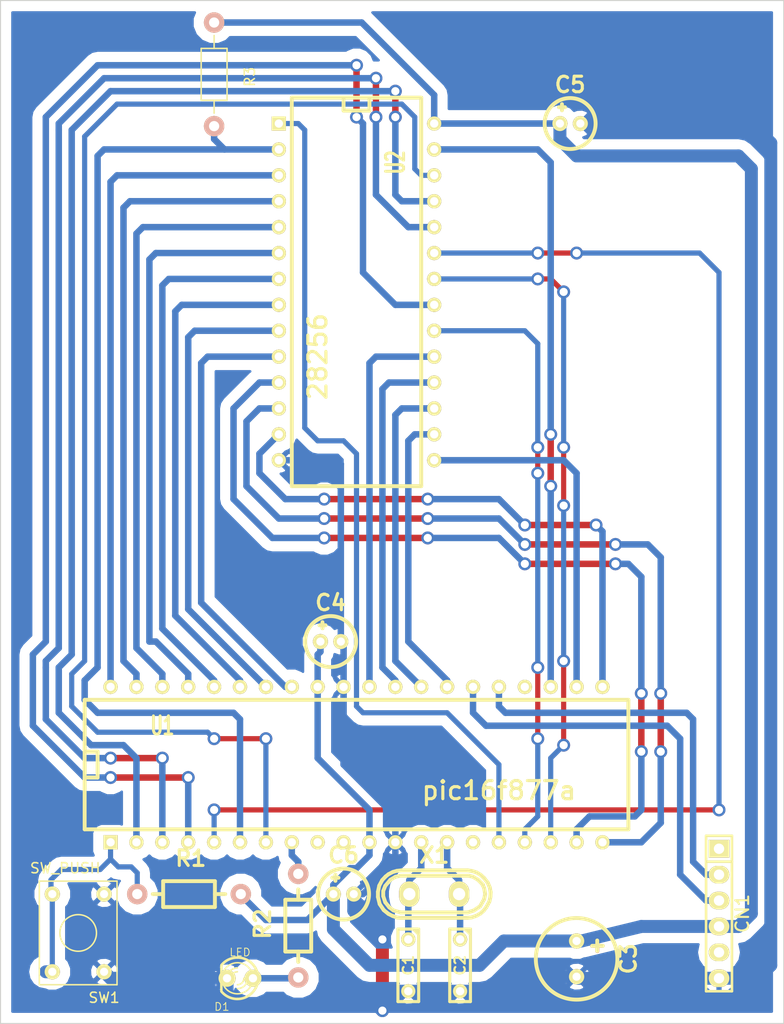
<source format=kicad_pcb>
(kicad_pcb (version 4) (host pcbnew "(2014-11-24 BZR 5301)-product")

  (general
    (links 59)
    (no_connects 0)
    (area 24.714999 93.294999 103.013933 193.725001)
    (thickness 1.6)
    (drawings 6)
    (tracks 369)
    (zones 0)
    (modules 15)
    (nets 42)
  )

  (page A4)
  (layers
    (0 F.Cu signal)
    (31 B.Cu signal)
    (32 B.Adhes user)
    (33 F.Adhes user)
    (34 B.Paste user)
    (35 F.Paste user)
    (36 B.SilkS user)
    (37 F.SilkS user)
    (38 B.Mask user)
    (39 F.Mask user)
    (40 Dwgs.User user)
    (41 Cmts.User user)
    (42 Eco1.User user)
    (43 Eco2.User user)
    (44 Edge.Cuts user)
  )

  (setup
    (last_trace_width 0.635)
    (user_trace_width 0.508)
    (user_trace_width 0.635)
    (user_trace_width 1.27)
    (trace_clearance 0.254)
    (zone_clearance 1)
    (zone_45_only no)
    (trace_min 0.254)
    (segment_width 0.2)
    (edge_width 0.1)
    (via_size 0.889)
    (via_drill 0.635)
    (via_min_size 0.889)
    (via_min_drill 0.508)
    (user_via 1.27 0.8)
    (uvia_size 0.508)
    (uvia_drill 0.127)
    (uvias_allowed no)
    (uvia_min_size 0.508)
    (uvia_min_drill 0.127)
    (pcb_text_width 0.3)
    (pcb_text_size 1.5 1.5)
    (mod_edge_width 0.15)
    (mod_text_size 1 1)
    (mod_text_width 0.15)
    (pad_size 1.5 1.5)
    (pad_drill 0.800001)
    (pad_to_mask_clearance 0)
    (aux_axis_origin 0 0)
    (visible_elements FFFFFF7F)
    (pcbplotparams
      (layerselection 0x00030_80000001)
      (usegerberextensions true)
      (excludeedgelayer true)
      (linewidth 0.150000)
      (plotframeref false)
      (viasonmask false)
      (mode 1)
      (useauxorigin false)
      (hpglpennumber 1)
      (hpglpenspeed 20)
      (hpglpendiameter 15)
      (hpglpenoverlay 2)
      (psnegative false)
      (psa4output false)
      (plotreference true)
      (plotvalue true)
      (plotinvisibletext false)
      (padsonsilk false)
      (subtractmaskfromsilk false)
      (outputformat 1)
      (mirror false)
      (drillshape 1)
      (scaleselection 1)
      (outputdirectory ""))
  )

  (net 0 "")
  (net 1 "Net-(C1-Pad1)")
  (net 2 "Net-(C2-Pad1)")
  (net 3 GND)
  (net 4 +5V)
  (net 5 TX)
  (net 6 RX)
  (net 7 "Net-(D1-Pad1)")
  (net 8 "Net-(R1-Pad1)")
  (net 9 "Net-(R2-Pad2)")
  (net 10 A8)
  (net 11 A9)
  (net 12 A10)
  (net 13 A11)
  (net 14 A12)
  (net 15 A13)
  (net 16 A14)
  (net 17 CE)
  (net 18 OE)
  (net 19 D0)
  (net 20 D1)
  (net 21 D2)
  (net 22 D3)
  (net 23 WE)
  (net 24 D4)
  (net 25 D5)
  (net 26 D6)
  (net 27 D7)
  (net 28 A0)
  (net 29 A1)
  (net 30 A2)
  (net 31 A3)
  (net 32 A4)
  (net 33 A5)
  (net 34 A6)
  (net 35 A7)
  (net 36 "Net-(CN1-Pad1)")
  (net 37 "Net-(CN1-Pad5)")
  (net 38 "Net-(U1-Pad9)")
  (net 39 "Net-(U1-Pad10)")
  (net 40 "Net-(U1-Pad15)")
  (net 41 "Net-(U1-Pad24)")

  (net_class Default "This is the default net class."
    (clearance 0.254)
    (trace_width 0.254)
    (via_dia 0.889)
    (via_drill 0.635)
    (uvia_dia 0.508)
    (uvia_drill 0.127)
    (add_net +5V)
    (add_net A0)
    (add_net A1)
    (add_net A10)
    (add_net A11)
    (add_net A12)
    (add_net A13)
    (add_net A14)
    (add_net A2)
    (add_net A3)
    (add_net A4)
    (add_net A5)
    (add_net A6)
    (add_net A7)
    (add_net A8)
    (add_net A9)
    (add_net CE)
    (add_net D0)
    (add_net D1)
    (add_net D2)
    (add_net D3)
    (add_net D4)
    (add_net D5)
    (add_net D6)
    (add_net D7)
    (add_net GND)
    (add_net "Net-(C1-Pad1)")
    (add_net "Net-(C2-Pad1)")
    (add_net "Net-(CN1-Pad1)")
    (add_net "Net-(CN1-Pad5)")
    (add_net "Net-(D1-Pad1)")
    (add_net "Net-(R1-Pad1)")
    (add_net "Net-(R2-Pad2)")
    (add_net "Net-(U1-Pad10)")
    (add_net "Net-(U1-Pad15)")
    (add_net "Net-(U1-Pad24)")
    (add_net "Net-(U1-Pad9)")
    (add_net OE)
    (add_net RX)
    (add_net TX)
    (add_net WE)
  )

  (module Puch_button_TH:Puch_button_TH (layer F.Cu) (tedit 54D3A788) (tstamp 53FA84A3)
    (at 28.575 179.705)
    (path /53FA7D86)
    (fp_text reference SW1 (at 6.35 11.43) (layer F.SilkS)
      (effects (font (size 1 1) (thickness 0.15)))
    )
    (fp_text value SW_PUSH (at 2.54 -1.27) (layer F.SilkS)
      (effects (font (size 1 1) (thickness 0.15)))
    )
    (fp_circle (center 3.81 5.08) (end 5.08 6.35) (layer F.SilkS) (width 0.15))
    (fp_line (start 0 0) (end 7.62 0) (layer F.SilkS) (width 0.15))
    (fp_line (start 7.62 0) (end 7.62 10.16) (layer F.SilkS) (width 0.15))
    (fp_line (start 7.62 10.16) (end 0 10.16) (layer F.SilkS) (width 0.15))
    (fp_line (start 0 10.16) (end 0 0) (layer F.SilkS) (width 0.15))
    (pad 1 thru_hole circle (at 1.27 1.27) (size 1.5 1.5) (drill 0.800001) (layers *.Cu *.Mask F.SilkS)
      (net 8 "Net-(R1-Pad1)"))
    (pad 2 thru_hole circle (at 6.35 1.27) (size 1.5 1.5) (drill 0.800001) (layers *.Cu *.Mask F.SilkS)
      (net 3 GND))
    (pad 1 thru_hole circle (at 1.27 8.89) (size 1.5 1.5) (drill 0.800001) (layers *.Cu *.Mask F.SilkS)
      (net 8 "Net-(R1-Pad1)"))
    (pad 2 thru_hole circle (at 6.35 8.89) (size 1.5 1.5) (drill 0.800001) (layers *.Cu *.Mask F.SilkS)
      (net 3 GND))
  )

  (module Capacitors_Elko_ThroughHole:Elko_vert_DM8_RM3-5 (layer F.Cu) (tedit 53FA83E1) (tstamp 53FA8433)
    (at 81.28 187.325 270)
    (descr "Electrolytic Capacitor, vertical, diameter 8mm, RM 3,5mm, radial,")
    (tags "Electrolytic Capacitor, vertical, diameter 8mm, radial, RM 3,5mm, Elko, Electrolytkondensator, Kondensator gepolt, Durchmesser 8mm,")
    (path /53FA89CF)
    (fp_text reference C3 (at 0 -5.08 270) (layer F.SilkS)
      (effects (font (thickness 0.3048)))
    )
    (fp_text value 470uf (at 0 5.08 270) (layer F.SilkS) hide
      (effects (font (thickness 0.3048)))
    )
    (fp_line (start -1.80086 -2.02438) (end -0.7747 -2.02438) (layer F.SilkS) (width 0.381))
    (fp_line (start -1.27508 -2.57556) (end -1.27508 -1.524) (layer F.SilkS) (width 0.381))
    (fp_line (start -1.27 -2.54) (end -1.27 -1.524) (layer F.Cu) (width 0.381))
    (fp_line (start -1.778 -2.032) (end -0.762 -2.032) (layer F.Cu) (width 0.381))
    (fp_circle (center 0 0) (end 4.0005 0) (layer F.SilkS) (width 0.381))
    (pad 2 thru_hole circle (at 1.75006 0 270) (size 1.50114 1.50114) (drill 0.8001) (layers *.Cu *.Mask F.SilkS)
      (net 3 GND))
    (pad 1 thru_hole circle (at -1.75006 0 270) (size 1.50114 1.50114) (drill 0.8001) (layers *.Cu *.Mask F.SilkS)
      (net 4 +5V))
  )

  (module Capacitors_Elko_ThroughHole:Elko_vert_DM5_RM2_CopperClear (layer F.Cu) (tedit 53FA83E1) (tstamp 53FA843E)
    (at 57.15 156.21)
    (descr "Electrolytic Capacitor, vertical, diameter 5mm, radial, RM 2mm, Copper Clear")
    (tags "Electrolytic Capacitor, vertical, diameter 5mm, radial, RM 2mm, Elko, Electrolytkondensator, Kondensator gepolt, Copper clear,")
    (path /53FA89E1)
    (fp_text reference C4 (at 0 -3.81) (layer F.SilkS)
      (effects (font (thickness 0.3048)))
    )
    (fp_text value 4.7uf (at 0 3.81) (layer F.SilkS) hide
      (effects (font (thickness 0.3048)))
    )
    (fp_line (start -0.8001 -1.6002) (end -0.8001 -1.30048) (layer F.SilkS) (width 0.381))
    (fp_line (start -0.8001 -1.6002) (end -0.50038 -1.6002) (layer F.SilkS) (width 0.381))
    (fp_line (start -1.09982 -1.6002) (end -0.8001 -1.6002) (layer F.SilkS) (width 0.381))
    (fp_line (start -0.8001 -1.6002) (end -0.8001 -1.89992) (layer F.SilkS) (width 0.381))
    (fp_circle (center 0 0) (end 2.49936 0) (layer F.SilkS) (width 0.381))
    (pad 1 thru_hole circle (at -1.00076 0) (size 1.48082 1.48082) (drill 0.8001) (layers *.Cu *.Mask F.SilkS)
      (net 4 +5V))
    (pad 2 thru_hole circle (at 1.00076 0) (size 1.48082 1.48082) (drill 0.8001) (layers *.Cu *.Mask F.SilkS)
      (net 3 GND))
  )

  (module Capacitors_Elko_ThroughHole:Elko_vert_DM5_RM2_CopperClear (layer F.Cu) (tedit 53FA83E1) (tstamp 53FA8449)
    (at 80.645 105.41)
    (descr "Electrolytic Capacitor, vertical, diameter 5mm, radial, RM 2mm, Copper Clear")
    (tags "Electrolytic Capacitor, vertical, diameter 5mm, radial, RM 2mm, Elko, Electrolytkondensator, Kondensator gepolt, Copper clear,")
    (path /53FA89EC)
    (fp_text reference C5 (at 0 -3.81) (layer F.SilkS)
      (effects (font (thickness 0.3048)))
    )
    (fp_text value 4.7uf (at 0 3.81) (layer F.SilkS) hide
      (effects (font (thickness 0.3048)))
    )
    (fp_line (start -0.8001 -1.6002) (end -0.8001 -1.30048) (layer F.SilkS) (width 0.381))
    (fp_line (start -0.8001 -1.6002) (end -0.50038 -1.6002) (layer F.SilkS) (width 0.381))
    (fp_line (start -1.09982 -1.6002) (end -0.8001 -1.6002) (layer F.SilkS) (width 0.381))
    (fp_line (start -0.8001 -1.6002) (end -0.8001 -1.89992) (layer F.SilkS) (width 0.381))
    (fp_circle (center 0 0) (end 2.49936 0) (layer F.SilkS) (width 0.381))
    (pad 1 thru_hole circle (at -1.00076 0) (size 1.48082 1.48082) (drill 0.8001) (layers *.Cu *.Mask F.SilkS)
      (net 4 +5V))
    (pad 2 thru_hole circle (at 1.00076 0) (size 1.48082 1.48082) (drill 0.8001) (layers *.Cu *.Mask F.SilkS)
      (net 3 GND))
  )

  (module Capacitors_Elko_ThroughHole:Elko_vert_DM5_RM2_CopperClear (layer F.Cu) (tedit 53FA83E1) (tstamp 53FA8454)
    (at 58.42 180.975)
    (descr "Electrolytic Capacitor, vertical, diameter 5mm, radial, RM 2mm, Copper Clear")
    (tags "Electrolytic Capacitor, vertical, diameter 5mm, radial, RM 2mm, Elko, Electrolytkondensator, Kondensator gepolt, Copper clear,")
    (path /53FA89F7)
    (fp_text reference C6 (at 0 -3.81) (layer F.SilkS)
      (effects (font (thickness 0.3048)))
    )
    (fp_text value 4.7uf (at 0 3.81) (layer F.SilkS) hide
      (effects (font (thickness 0.3048)))
    )
    (fp_line (start -0.8001 -1.6002) (end -0.8001 -1.30048) (layer F.SilkS) (width 0.381))
    (fp_line (start -0.8001 -1.6002) (end -0.50038 -1.6002) (layer F.SilkS) (width 0.381))
    (fp_line (start -1.09982 -1.6002) (end -0.8001 -1.6002) (layer F.SilkS) (width 0.381))
    (fp_line (start -0.8001 -1.6002) (end -0.8001 -1.89992) (layer F.SilkS) (width 0.381))
    (fp_circle (center 0 0) (end 2.49936 0) (layer F.SilkS) (width 0.381))
    (pad 1 thru_hole circle (at -1.00076 0) (size 1.48082 1.48082) (drill 0.8001) (layers *.Cu *.Mask F.SilkS)
      (net 4 +5V))
    (pad 2 thru_hole circle (at 1.00076 0) (size 1.48082 1.48082) (drill 0.8001) (layers *.Cu *.Mask F.SilkS)
      (net 3 GND))
  )

  (module Pin_Headers:Pin_Header_Straight_1x06 (layer F.Cu) (tedit 53FA83DF) (tstamp 53FA8465)
    (at 95.25 182.88 270)
    (descr "1 pin")
    (tags "CONN DEV")
    (path /53FA7C19)
    (fp_text reference CN1 (at 0 -2.286 270) (layer F.SilkS)
      (effects (font (size 1.27 1.27) (thickness 0.2032)))
    )
    (fp_text value FTDI_CONECTOR (at 0 0 270) (layer F.SilkS) hide
      (effects (font (size 1.27 1.27) (thickness 0.2032)))
    )
    (fp_line (start -5.08 -1.27) (end 7.62 -1.27) (layer F.SilkS) (width 0.254))
    (fp_line (start 7.62 -1.27) (end 7.62 1.27) (layer F.SilkS) (width 0.254))
    (fp_line (start 7.62 1.27) (end -5.08 1.27) (layer F.SilkS) (width 0.254))
    (fp_line (start -7.62 -1.27) (end -5.08 -1.27) (layer F.SilkS) (width 0.254))
    (fp_line (start -5.08 -1.27) (end -5.08 1.27) (layer F.SilkS) (width 0.254))
    (fp_line (start -7.62 -1.27) (end -7.62 1.27) (layer F.SilkS) (width 0.254))
    (fp_line (start -7.62 1.27) (end -5.08 1.27) (layer F.SilkS) (width 0.254))
    (pad 1 thru_hole rect (at -6.35 0 270) (size 1.7272 2.032) (drill 1.016) (layers *.Cu *.Mask F.SilkS)
      (net 36 "Net-(CN1-Pad1)"))
    (pad 2 thru_hole oval (at -3.81 0 270) (size 1.7272 2.032) (drill 1.016) (layers *.Cu *.Mask F.SilkS)
      (net 5 TX))
    (pad 3 thru_hole oval (at -1.27 0 270) (size 1.7272 2.032) (drill 1.016) (layers *.Cu *.Mask F.SilkS)
      (net 6 RX))
    (pad 4 thru_hole oval (at 1.27 0 270) (size 1.7272 2.032) (drill 1.016) (layers *.Cu *.Mask F.SilkS)
      (net 4 +5V))
    (pad 5 thru_hole oval (at 3.81 0 270) (size 1.7272 2.032) (drill 1.016) (layers *.Cu *.Mask F.SilkS)
      (net 37 "Net-(CN1-Pad5)"))
    (pad 6 thru_hole oval (at 6.35 0 270) (size 1.7272 2.032) (drill 1.016) (layers *.Cu *.Mask F.SilkS)
      (net 3 GND))
    (model Pin_Headers/Pin_Header_Straight_1x06.wrl
      (at (xyz 0 0 0))
      (scale (xyz 1 1 1))
      (rotate (xyz 0 0 0))
    )
  )

  (module LEDs:LED-3MM (layer F.Cu) (tedit 53FA83DF) (tstamp 53FA847E)
    (at 48.26 189.23 180)
    (descr "LED 3mm - Lead pitch 100mil (2,54mm)")
    (tags "LED led 3mm 3MM 100mil 2,54mm")
    (path /53FA87EC)
    (fp_text reference D1 (at 1.778 -2.794 180) (layer F.SilkS)
      (effects (font (size 0.762 0.762) (thickness 0.0889)))
    )
    (fp_text value LED (at 0 2.54 180) (layer F.SilkS)
      (effects (font (size 0.762 0.762) (thickness 0.0889)))
    )
    (fp_line (start 1.8288 1.27) (end 1.8288 -1.27) (layer F.SilkS) (width 0.254))
    (fp_arc (start 0.254 0) (end -1.27 0) (angle 39.8) (layer F.SilkS) (width 0.1524))
    (fp_arc (start 0.254 0) (end -0.88392 1.01092) (angle 41.6) (layer F.SilkS) (width 0.1524))
    (fp_arc (start 0.254 0) (end 1.4097 -0.9906) (angle 40.6) (layer F.SilkS) (width 0.1524))
    (fp_arc (start 0.254 0) (end 1.778 0) (angle 39.8) (layer F.SilkS) (width 0.1524))
    (fp_arc (start 0.254 0) (end 0.254 -1.524) (angle 54.4) (layer F.SilkS) (width 0.1524))
    (fp_arc (start 0.254 0) (end -0.9652 -0.9144) (angle 53.1) (layer F.SilkS) (width 0.1524))
    (fp_arc (start 0.254 0) (end 1.45542 0.93472) (angle 52.1) (layer F.SilkS) (width 0.1524))
    (fp_arc (start 0.254 0) (end 0.254 1.524) (angle 52.1) (layer F.SilkS) (width 0.1524))
    (fp_arc (start 0.254 0) (end -0.381 0) (angle 90) (layer F.SilkS) (width 0.1524))
    (fp_arc (start 0.254 0) (end -0.762 0) (angle 90) (layer F.SilkS) (width 0.1524))
    (fp_arc (start 0.254 0) (end 0.889 0) (angle 90) (layer F.SilkS) (width 0.1524))
    (fp_arc (start 0.254 0) (end 1.27 0) (angle 90) (layer F.SilkS) (width 0.1524))
    (fp_arc (start 0.254 0) (end 0.254 -2.032) (angle 50.1) (layer F.SilkS) (width 0.254))
    (fp_arc (start 0.254 0) (end -1.5367 -0.95504) (angle 61.9) (layer F.SilkS) (width 0.254))
    (fp_arc (start 0.254 0) (end 1.8034 1.31064) (angle 49.7) (layer F.SilkS) (width 0.254))
    (fp_arc (start 0.254 0) (end 0.254 2.032) (angle 60.2) (layer F.SilkS) (width 0.254))
    (fp_arc (start 0.254 0) (end -1.778 0) (angle 28.3) (layer F.SilkS) (width 0.254))
    (fp_arc (start 0.254 0) (end -1.47574 1.06426) (angle 31.6) (layer F.SilkS) (width 0.254))
    (pad 1 thru_hole circle (at -1.27 0 180) (size 1.6764 1.6764) (drill 0.8128) (layers *.Cu *.Mask F.SilkS)
      (net 7 "Net-(D1-Pad1)"))
    (pad 2 thru_hole circle (at 1.27 0 180) (size 1.6764 1.6764) (drill 0.8128) (layers *.Cu *.Mask F.SilkS)
      (net 3 GND))
    (model discret/leds/led3_vertical_verde.wrl
      (at (xyz 0 0 0))
      (scale (xyz 1 1 1))
      (rotate (xyz 0 0 0))
    )
  )

  (module Resistors_ThroughHole:Resistor_Horizontal_RM10mm (layer F.Cu) (tedit 53FA83DE) (tstamp 53FA848A)
    (at 43.18 180.975)
    (descr "Resistor, Axial,  RM 10mm, 1/3W,")
    (tags "Resistor, Axial, RM 10mm, 1/3W,")
    (path /53FA7D9A)
    (fp_text reference R1 (at 0.24892 -3.50012) (layer F.SilkS)
      (effects (font (thickness 0.3048)))
    )
    (fp_text value 10K (at 3.81 3.81) (layer F.SilkS) hide
      (effects (font (size 1.50114 1.50114) (thickness 0.20066)))
    )
    (fp_line (start -2.46126 0) (end -3.47726 0) (layer F.SilkS) (width 0.381))
    (fp_line (start 2.61874 0) (end 3.63474 0) (layer F.SilkS) (width 0.381))
    (fp_line (start -2.46126 -1.27) (end 2.61874 -1.27) (layer F.SilkS) (width 0.381))
    (fp_line (start 2.61874 -1.27) (end 2.61874 1.27) (layer F.SilkS) (width 0.381))
    (fp_line (start 2.61874 1.27) (end -2.46126 1.27) (layer F.SilkS) (width 0.381))
    (fp_line (start -2.46126 1.27) (end -2.46126 -1.27) (layer F.SilkS) (width 0.381))
    (pad 1 thru_hole circle (at -5.00126 0) (size 1.99898 1.99898) (drill 1.00076) (layers *.Cu *.SilkS *.Mask)
      (net 8 "Net-(R1-Pad1)"))
    (pad 2 thru_hole circle (at 5.15874 0) (size 1.99898 1.99898) (drill 1.00076) (layers *.Cu *.SilkS *.Mask)
      (net 4 +5V))
  )

  (module Resistors_ThroughHole:Resistor_Horizontal_RM10mm (layer F.Cu) (tedit 53FA83DE) (tstamp 53FA8496)
    (at 53.975 184.15 90)
    (descr "Resistor, Axial,  RM 10mm, 1/3W,")
    (tags "Resistor, Axial, RM 10mm, 1/3W,")
    (path /53FA87FE)
    (fp_text reference R2 (at 0.24892 -3.50012 90) (layer F.SilkS)
      (effects (font (thickness 0.3048)))
    )
    (fp_text value 1K (at 3.81 3.81 90) (layer F.SilkS) hide
      (effects (font (size 1.50114 1.50114) (thickness 0.20066)))
    )
    (fp_line (start -2.46126 0) (end -3.47726 0) (layer F.SilkS) (width 0.381))
    (fp_line (start 2.61874 0) (end 3.63474 0) (layer F.SilkS) (width 0.381))
    (fp_line (start -2.46126 -1.27) (end 2.61874 -1.27) (layer F.SilkS) (width 0.381))
    (fp_line (start 2.61874 -1.27) (end 2.61874 1.27) (layer F.SilkS) (width 0.381))
    (fp_line (start 2.61874 1.27) (end -2.46126 1.27) (layer F.SilkS) (width 0.381))
    (fp_line (start -2.46126 1.27) (end -2.46126 -1.27) (layer F.SilkS) (width 0.381))
    (pad 1 thru_hole circle (at -5.00126 0 90) (size 1.99898 1.99898) (drill 1.00076) (layers *.Cu *.SilkS *.Mask)
      (net 7 "Net-(D1-Pad1)"))
    (pad 2 thru_hole circle (at 5.15874 0 90) (size 1.99898 1.99898) (drill 1.00076) (layers *.Cu *.SilkS *.Mask)
      (net 9 "Net-(R2-Pad2)"))
  )

  (module Crystals:Crystal_HC50-U_Vertical (layer F.Cu) (tedit 53FA83E0) (tstamp 53FA8537)
    (at 67.31 180.975)
    (descr "Crystal, Quarz, HC50/U, vertical, stehend,")
    (tags "Crystal, Quarz, HC50/U, vertical, stehend,")
    (path /53FA7E0E)
    (fp_text reference X1 (at 0 -3.81) (layer F.SilkS)
      (effects (font (thickness 0.3048)))
    )
    (fp_text value 20Mhz (at 0 3.81) (layer F.SilkS) hide
      (effects (font (thickness 0.3048)))
    )
    (fp_line (start 4.699 -1.00076) (end 4.89966 -0.59944) (layer F.SilkS) (width 0.381))
    (fp_line (start 4.89966 -0.59944) (end 5.00126 0) (layer F.SilkS) (width 0.381))
    (fp_line (start 5.00126 0) (end 4.89966 0.50038) (layer F.SilkS) (width 0.381))
    (fp_line (start 4.89966 0.50038) (end 4.50088 1.19888) (layer F.SilkS) (width 0.381))
    (fp_line (start 4.50088 1.19888) (end 3.8989 1.6002) (layer F.SilkS) (width 0.381))
    (fp_line (start 3.8989 1.6002) (end 3.29946 1.80086) (layer F.SilkS) (width 0.381))
    (fp_line (start 3.29946 1.80086) (end -3.29946 1.80086) (layer F.SilkS) (width 0.381))
    (fp_line (start -3.29946 1.80086) (end -4.0005 1.6002) (layer F.SilkS) (width 0.381))
    (fp_line (start -4.0005 1.6002) (end -4.39928 1.30048) (layer F.SilkS) (width 0.381))
    (fp_line (start -4.39928 1.30048) (end -4.8006 0.8001) (layer F.SilkS) (width 0.381))
    (fp_line (start -4.8006 0.8001) (end -5.00126 0.20066) (layer F.SilkS) (width 0.381))
    (fp_line (start -5.00126 0.20066) (end -5.00126 -0.29972) (layer F.SilkS) (width 0.381))
    (fp_line (start -5.00126 -0.29972) (end -4.8006 -0.8001) (layer F.SilkS) (width 0.381))
    (fp_line (start -4.8006 -0.8001) (end -4.30022 -1.39954) (layer F.SilkS) (width 0.381))
    (fp_line (start -4.30022 -1.39954) (end -3.79984 -1.69926) (layer F.SilkS) (width 0.381))
    (fp_line (start -3.79984 -1.69926) (end -3.29946 -1.80086) (layer F.SilkS) (width 0.381))
    (fp_line (start -3.2004 -1.80086) (end 3.40106 -1.80086) (layer F.SilkS) (width 0.381))
    (fp_line (start 3.40106 -1.80086) (end 3.79984 -1.69926) (layer F.SilkS) (width 0.381))
    (fp_line (start 3.79984 -1.69926) (end 4.30022 -1.39954) (layer F.SilkS) (width 0.381))
    (fp_line (start 4.30022 -1.39954) (end 4.8006 -0.89916) (layer F.SilkS) (width 0.381))
    (fp_line (start -3.19024 -2.32918) (end -3.64998 -2.28092) (layer F.SilkS) (width 0.381))
    (fp_line (start -3.64998 -2.28092) (end -4.04876 -2.16916) (layer F.SilkS) (width 0.381))
    (fp_line (start -4.04876 -2.16916) (end -4.48056 -1.95072) (layer F.SilkS) (width 0.381))
    (fp_line (start -4.48056 -1.95072) (end -4.77012 -1.71958) (layer F.SilkS) (width 0.381))
    (fp_line (start -4.77012 -1.71958) (end -5.10032 -1.36906) (layer F.SilkS) (width 0.381))
    (fp_line (start -5.10032 -1.36906) (end -5.38988 -0.83058) (layer F.SilkS) (width 0.381))
    (fp_line (start -5.38988 -0.83058) (end -5.51942 -0.23114) (layer F.SilkS) (width 0.381))
    (fp_line (start -5.51942 -0.23114) (end -5.51942 0.2794) (layer F.SilkS) (width 0.381))
    (fp_line (start -5.51942 0.2794) (end -5.34924 0.98044) (layer F.SilkS) (width 0.381))
    (fp_line (start -5.34924 0.98044) (end -4.95046 1.56972) (layer F.SilkS) (width 0.381))
    (fp_line (start -4.95046 1.56972) (end -4.49072 1.94056) (layer F.SilkS) (width 0.381))
    (fp_line (start -4.49072 1.94056) (end -4.06908 2.14884) (layer F.SilkS) (width 0.381))
    (fp_line (start -4.06908 2.14884) (end -3.6195 2.30886) (layer F.SilkS) (width 0.381))
    (fp_line (start -3.6195 2.30886) (end -3.18008 2.33934) (layer F.SilkS) (width 0.381))
    (fp_line (start 4.16052 2.1209) (end 4.53898 1.89992) (layer F.SilkS) (width 0.381))
    (fp_line (start 4.53898 1.89992) (end 4.85902 1.62052) (layer F.SilkS) (width 0.381))
    (fp_line (start 4.85902 1.62052) (end 5.11048 1.29032) (layer F.SilkS) (width 0.381))
    (fp_line (start 5.11048 1.29032) (end 5.4102 0.73914) (layer F.SilkS) (width 0.381))
    (fp_line (start 5.4102 0.73914) (end 5.51942 0.26924) (layer F.SilkS) (width 0.381))
    (fp_line (start 5.51942 0.26924) (end 5.53974 -0.1905) (layer F.SilkS) (width 0.381))
    (fp_line (start 5.53974 -0.1905) (end 5.45084 -0.65024) (layer F.SilkS) (width 0.381))
    (fp_line (start 5.45084 -0.65024) (end 5.26034 -1.09982) (layer F.SilkS) (width 0.381))
    (fp_line (start 5.26034 -1.09982) (end 4.89966 -1.56972) (layer F.SilkS) (width 0.381))
    (fp_line (start 4.89966 -1.56972) (end 4.54914 -1.88976) (layer F.SilkS) (width 0.381))
    (fp_line (start 4.54914 -1.88976) (end 4.16052 -2.1209) (layer F.SilkS) (width 0.381))
    (fp_line (start 4.16052 -2.1209) (end 3.73126 -2.2606) (layer F.SilkS) (width 0.381))
    (fp_line (start 3.73126 -2.2606) (end 3.2893 -2.32918) (layer F.SilkS) (width 0.381))
    (fp_line (start -3.2004 2.32918) (end 3.2512 2.32918) (layer F.SilkS) (width 0.381))
    (fp_line (start 3.2512 2.32918) (end 3.6703 2.29108) (layer F.SilkS) (width 0.381))
    (fp_line (start 3.6703 2.29108) (end 4.16052 2.1209) (layer F.SilkS) (width 0.381))
    (fp_line (start -3.2004 -2.32918) (end 3.2512 -2.32918) (layer F.SilkS) (width 0.381))
    (pad 1 thru_hole oval (at -2.44094 0) (size 1.99898 2.49936) (drill 1.19888) (layers *.Cu *.Mask F.SilkS)
      (net 1 "Net-(C1-Pad1)"))
    (pad 2 thru_hole oval (at 2.44094 0) (size 1.99898 2.49936) (drill 1.19888) (layers *.Cu *.Mask F.SilkS)
      (net 2 "Net-(C2-Pad1)"))
  )

  (module Discret:C2 (layer F.Cu) (tedit 53FA8945) (tstamp 53FA898B)
    (at 64.77 187.96 270)
    (descr "Condensateur = 2 pas")
    (tags C)
    (path /53FA7E22)
    (fp_text reference C1 (at 0 0 270) (layer F.SilkS)
      (effects (font (size 1.016 1.016) (thickness 0.2032)))
    )
    (fp_text value 22p (at 0 0 270) (layer F.SilkS) hide
      (effects (font (size 1.016 1.016) (thickness 0.2032)))
    )
    (fp_line (start -3.556 -1.016) (end 3.556 -1.016) (layer F.SilkS) (width 0.3048))
    (fp_line (start 3.556 -1.016) (end 3.556 1.016) (layer F.SilkS) (width 0.3048))
    (fp_line (start 3.556 1.016) (end -3.556 1.016) (layer F.SilkS) (width 0.3048))
    (fp_line (start -3.556 1.016) (end -3.556 -1.016) (layer F.SilkS) (width 0.3048))
    (fp_line (start -3.556 -0.508) (end -3.048 -1.016) (layer F.SilkS) (width 0.3048))
    (pad 1 thru_hole circle (at -2.54 0 270) (size 1.397 1.397) (drill 0.8128) (layers *.Cu *.Mask F.SilkS)
      (net 1 "Net-(C1-Pad1)"))
    (pad 2 thru_hole circle (at 2.54 0 270) (size 1.397 1.397) (drill 0.8128) (layers *.Cu *.Mask F.SilkS)
      (net 3 GND))
    (model discret/capa_2pas_5x5mm.wrl
      (at (xyz 0 0 0))
      (scale (xyz 1 1 1))
      (rotate (xyz 0 0 0))
    )
  )

  (module Discret:C2 (layer F.Cu) (tedit 53FA8945) (tstamp 53FA8996)
    (at 69.85 187.96 270)
    (descr "Condensateur = 2 pas")
    (tags C)
    (path /53FA7E34)
    (fp_text reference C2 (at 0 0 270) (layer F.SilkS)
      (effects (font (size 1.016 1.016) (thickness 0.2032)))
    )
    (fp_text value 22p (at 0 0 270) (layer F.SilkS) hide
      (effects (font (size 1.016 1.016) (thickness 0.2032)))
    )
    (fp_line (start -3.556 -1.016) (end 3.556 -1.016) (layer F.SilkS) (width 0.3048))
    (fp_line (start 3.556 -1.016) (end 3.556 1.016) (layer F.SilkS) (width 0.3048))
    (fp_line (start 3.556 1.016) (end -3.556 1.016) (layer F.SilkS) (width 0.3048))
    (fp_line (start -3.556 1.016) (end -3.556 -1.016) (layer F.SilkS) (width 0.3048))
    (fp_line (start -3.556 -0.508) (end -3.048 -1.016) (layer F.SilkS) (width 0.3048))
    (pad 1 thru_hole circle (at -2.54 0 270) (size 1.397 1.397) (drill 0.8128) (layers *.Cu *.Mask F.SilkS)
      (net 2 "Net-(C2-Pad1)"))
    (pad 2 thru_hole circle (at 2.54 0 270) (size 1.397 1.397) (drill 0.8128) (layers *.Cu *.Mask F.SilkS)
      (net 3 GND))
    (model discret/capa_2pas_5x5mm.wrl
      (at (xyz 0 0 0))
      (scale (xyz 1 1 1))
      (rotate (xyz 0 0 0))
    )
  )

  (module Sockets_DIP:DIP-40__600 (layer F.Cu) (tedit 53FAE1B5) (tstamp 53FAE3BB)
    (at 59.69 168.275)
    (descr "Module Dil 40 pins, pads ronds, e=600 mils")
    (tags DIL)
    (path /53FA7B47)
    (fp_text reference U1 (at -19.05 -3.81) (layer F.SilkS)
      (effects (font (size 1.778 1.143) (thickness 0.3048)))
    )
    (fp_text value pic16f877a (at 13.97 2.54) (layer F.SilkS)
      (effects (font (size 1.778 1.778) (thickness 0.3048)))
    )
    (fp_line (start -26.67 -1.27) (end -25.4 -1.27) (layer F.SilkS) (width 0.381))
    (fp_line (start -25.4 -1.27) (end -25.4 1.27) (layer F.SilkS) (width 0.381))
    (fp_line (start -25.4 1.27) (end -26.67 1.27) (layer F.SilkS) (width 0.381))
    (fp_line (start -26.67 -6.35) (end 26.67 -6.35) (layer F.SilkS) (width 0.381))
    (fp_line (start 26.67 -6.35) (end 26.67 6.35) (layer F.SilkS) (width 0.381))
    (fp_line (start 26.67 6.35) (end -26.67 6.35) (layer F.SilkS) (width 0.381))
    (fp_line (start -26.67 6.35) (end -26.67 -6.35) (layer F.SilkS) (width 0.381))
    (pad 1 thru_hole rect (at -24.13 7.62) (size 1.397 1.397) (drill 0.8128) (layers *.Cu *.Mask F.SilkS)
      (net 8 "Net-(R1-Pad1)"))
    (pad 2 thru_hole circle (at -21.59 7.62) (size 1.397 1.397) (drill 0.8128) (layers *.Cu *.Mask F.SilkS)
      (net 10 A8))
    (pad 3 thru_hole circle (at -19.05 7.62) (size 1.397 1.397) (drill 0.8128) (layers *.Cu *.Mask F.SilkS)
      (net 11 A9))
    (pad 4 thru_hole circle (at -16.51 7.62) (size 1.397 1.397) (drill 0.8128) (layers *.Cu *.Mask F.SilkS)
      (net 12 A10))
    (pad 5 thru_hole circle (at -13.97 7.62) (size 1.397 1.397) (drill 0.8128) (layers *.Cu *.Mask F.SilkS)
      (net 13 A11))
    (pad 6 thru_hole circle (at -11.43 7.62) (size 1.397 1.397) (drill 0.8128) (layers *.Cu *.Mask F.SilkS)
      (net 14 A12))
    (pad 7 thru_hole circle (at -8.89 7.62) (size 1.397 1.397) (drill 0.8128) (layers *.Cu *.Mask F.SilkS)
      (net 15 A13))
    (pad 8 thru_hole circle (at -6.35 7.62) (size 1.397 1.397) (drill 0.8128) (layers *.Cu *.Mask F.SilkS)
      (net 9 "Net-(R2-Pad2)"))
    (pad 9 thru_hole circle (at -3.81 7.62) (size 1.397 1.397) (drill 0.8128) (layers *.Cu *.Mask F.SilkS)
      (net 38 "Net-(U1-Pad9)"))
    (pad 10 thru_hole circle (at -1.27 7.62) (size 1.397 1.397) (drill 0.8128) (layers *.Cu *.Mask F.SilkS)
      (net 39 "Net-(U1-Pad10)"))
    (pad 11 thru_hole circle (at 1.27 7.62) (size 1.397 1.397) (drill 0.8128) (layers *.Cu *.Mask F.SilkS)
      (net 4 +5V))
    (pad 12 thru_hole circle (at 3.81 7.62) (size 1.397 1.397) (drill 0.8128) (layers *.Cu *.Mask F.SilkS)
      (net 3 GND))
    (pad 13 thru_hole circle (at 6.35 7.62) (size 1.397 1.397) (drill 0.8128) (layers *.Cu *.Mask F.SilkS)
      (net 1 "Net-(C1-Pad1)"))
    (pad 14 thru_hole circle (at 8.89 7.62) (size 1.397 1.397) (drill 0.8128) (layers *.Cu *.Mask F.SilkS)
      (net 2 "Net-(C2-Pad1)"))
    (pad 15 thru_hole circle (at 11.43 7.62) (size 1.397 1.397) (drill 0.8128) (layers *.Cu *.Mask F.SilkS)
      (net 40 "Net-(U1-Pad15)"))
    (pad 16 thru_hole circle (at 13.97 7.62) (size 1.397 1.397) (drill 0.8128) (layers *.Cu *.Mask F.SilkS)
      (net 16 A14))
    (pad 17 thru_hole circle (at 16.51 7.62) (size 1.397 1.397) (drill 0.8128) (layers *.Cu *.Mask F.SilkS)
      (net 17 CE))
    (pad 18 thru_hole circle (at 19.05 7.62) (size 1.397 1.397) (drill 0.8128) (layers *.Cu *.Mask F.SilkS)
      (net 18 OE))
    (pad 19 thru_hole circle (at 21.59 7.62) (size 1.397 1.397) (drill 0.8128) (layers *.Cu *.Mask F.SilkS)
      (net 19 D0))
    (pad 20 thru_hole circle (at 24.13 7.62) (size 1.397 1.397) (drill 0.8128) (layers *.Cu *.Mask F.SilkS)
      (net 20 D1))
    (pad 21 thru_hole circle (at 24.13 -7.62) (size 1.397 1.397) (drill 0.8128) (layers *.Cu *.Mask F.SilkS)
      (net 21 D2))
    (pad 22 thru_hole circle (at 21.59 -7.62) (size 1.397 1.397) (drill 0.8128) (layers *.Cu *.Mask F.SilkS)
      (net 22 D3))
    (pad 23 thru_hole circle (at 19.05 -7.62) (size 1.397 1.397) (drill 0.8128) (layers *.Cu *.Mask F.SilkS)
      (net 23 WE))
    (pad 24 thru_hole circle (at 16.51 -7.62) (size 1.397 1.397) (drill 0.8128) (layers *.Cu *.Mask F.SilkS)
      (net 41 "Net-(U1-Pad24)"))
    (pad 25 thru_hole circle (at 13.97 -7.62) (size 1.397 1.397) (drill 0.8128) (layers *.Cu *.Mask F.SilkS)
      (net 5 TX))
    (pad 26 thru_hole circle (at 11.43 -7.62) (size 1.397 1.397) (drill 0.8128) (layers *.Cu *.Mask F.SilkS)
      (net 6 RX))
    (pad 27 thru_hole circle (at 8.89 -7.62) (size 1.397 1.397) (drill 0.8128) (layers *.Cu *.Mask F.SilkS)
      (net 24 D4))
    (pad 28 thru_hole circle (at 6.35 -7.62) (size 1.397 1.397) (drill 0.8128) (layers *.Cu *.Mask F.SilkS)
      (net 25 D5))
    (pad 29 thru_hole circle (at 3.81 -7.62) (size 1.397 1.397) (drill 0.8128) (layers *.Cu *.Mask F.SilkS)
      (net 26 D6))
    (pad 30 thru_hole circle (at 1.27 -7.62) (size 1.397 1.397) (drill 0.8128) (layers *.Cu *.Mask F.SilkS)
      (net 27 D7))
    (pad 31 thru_hole circle (at -1.27 -7.62) (size 1.397 1.397) (drill 0.8128) (layers *.Cu *.Mask F.SilkS)
      (net 3 GND))
    (pad 32 thru_hole circle (at -3.81 -7.62) (size 1.397 1.397) (drill 0.8128) (layers *.Cu *.Mask F.SilkS)
      (net 4 +5V))
    (pad 33 thru_hole circle (at -6.35 -7.62) (size 1.397 1.397) (drill 0.8128) (layers *.Cu *.Mask F.SilkS)
      (net 28 A0))
    (pad 34 thru_hole circle (at -8.89 -7.62) (size 1.397 1.397) (drill 0.8128) (layers *.Cu *.Mask F.SilkS)
      (net 29 A1))
    (pad 35 thru_hole circle (at -11.43 -7.62) (size 1.397 1.397) (drill 0.8128) (layers *.Cu *.Mask F.SilkS)
      (net 30 A2))
    (pad 36 thru_hole circle (at -13.97 -7.62) (size 1.397 1.397) (drill 0.8128) (layers *.Cu *.Mask F.SilkS)
      (net 31 A3))
    (pad 37 thru_hole circle (at -16.51 -7.62) (size 1.397 1.397) (drill 0.8128) (layers *.Cu *.Mask F.SilkS)
      (net 32 A4))
    (pad 38 thru_hole circle (at -19.05 -7.62) (size 1.397 1.397) (drill 0.8128) (layers *.Cu *.Mask F.SilkS)
      (net 33 A5))
    (pad 39 thru_hole circle (at -21.59 -7.62) (size 1.397 1.397) (drill 0.8128) (layers *.Cu *.Mask F.SilkS)
      (net 34 A6))
    (pad 40 thru_hole circle (at -24.13 -7.62) (size 1.397 1.397) (drill 0.8128) (layers *.Cu *.Mask F.SilkS)
      (net 35 A7))
    (model dil/dil_40-w600.wrl
      (at (xyz 0 0 0))
      (scale (xyz 1 1 1))
      (rotate (xyz 0 0 0))
    )
  )

  (module Sockets_DIP:DIP-28__600 (layer F.Cu) (tedit 53FAE1B5) (tstamp 53FAE3E3)
    (at 59.69 121.92 270)
    (descr "Module Dil 28 pins, pads ronds, e=600 mils")
    (tags DIL)
    (path /53FA7A21)
    (fp_text reference U2 (at -12.7 -3.81 270) (layer F.SilkS)
      (effects (font (size 1.778 1.143) (thickness 0.3048)))
    )
    (fp_text value 28256 (at 6.35 3.81 270) (layer F.SilkS)
      (effects (font (size 1.778 1.778) (thickness 0.3048)))
    )
    (fp_line (start -19.05 -1.27) (end -19.05 -1.27) (layer F.SilkS) (width 0.381))
    (fp_line (start -19.05 -1.27) (end -17.78 -1.27) (layer F.SilkS) (width 0.381))
    (fp_line (start -17.78 -1.27) (end -17.78 1.27) (layer F.SilkS) (width 0.381))
    (fp_line (start -17.78 1.27) (end -19.05 1.27) (layer F.SilkS) (width 0.381))
    (fp_line (start -19.05 -6.35) (end 19.05 -6.35) (layer F.SilkS) (width 0.381))
    (fp_line (start 19.05 -6.35) (end 19.05 6.35) (layer F.SilkS) (width 0.381))
    (fp_line (start 19.05 6.35) (end -19.05 6.35) (layer F.SilkS) (width 0.381))
    (fp_line (start -19.05 6.35) (end -19.05 -6.35) (layer F.SilkS) (width 0.381))
    (pad 1 thru_hole rect (at -16.51 7.62 270) (size 1.397 1.397) (drill 0.8128) (layers *.Cu *.Mask F.SilkS)
      (net 16 A14))
    (pad 2 thru_hole circle (at -13.97 7.62 270) (size 1.397 1.397) (drill 0.8128) (layers *.Cu *.Mask F.SilkS)
      (net 14 A12))
    (pad 3 thru_hole circle (at -11.43 7.62 270) (size 1.397 1.397) (drill 0.8128) (layers *.Cu *.Mask F.SilkS)
      (net 35 A7))
    (pad 4 thru_hole circle (at -8.89 7.62 270) (size 1.397 1.397) (drill 0.8128) (layers *.Cu *.Mask F.SilkS)
      (net 34 A6))
    (pad 5 thru_hole circle (at -6.35 7.62 270) (size 1.397 1.397) (drill 0.8128) (layers *.Cu *.Mask F.SilkS)
      (net 33 A5))
    (pad 6 thru_hole circle (at -3.81 7.62 270) (size 1.397 1.397) (drill 0.8128) (layers *.Cu *.Mask F.SilkS)
      (net 32 A4))
    (pad 7 thru_hole circle (at -1.27 7.62 270) (size 1.397 1.397) (drill 0.8128) (layers *.Cu *.Mask F.SilkS)
      (net 31 A3))
    (pad 8 thru_hole circle (at 1.27 7.62 270) (size 1.397 1.397) (drill 0.8128) (layers *.Cu *.Mask F.SilkS)
      (net 30 A2))
    (pad 9 thru_hole circle (at 3.81 7.62 270) (size 1.397 1.397) (drill 0.8128) (layers *.Cu *.Mask F.SilkS)
      (net 29 A1))
    (pad 10 thru_hole circle (at 6.35 7.62 270) (size 1.397 1.397) (drill 0.8128) (layers *.Cu *.Mask F.SilkS)
      (net 28 A0))
    (pad 11 thru_hole circle (at 8.89 7.62 270) (size 1.397 1.397) (drill 0.8128) (layers *.Cu *.Mask F.SilkS)
      (net 19 D0))
    (pad 12 thru_hole circle (at 11.43 7.62 270) (size 1.397 1.397) (drill 0.8128) (layers *.Cu *.Mask F.SilkS)
      (net 20 D1))
    (pad 13 thru_hole circle (at 13.97 7.62 270) (size 1.397 1.397) (drill 0.8128) (layers *.Cu *.Mask F.SilkS)
      (net 21 D2))
    (pad 14 thru_hole circle (at 16.51 7.62 270) (size 1.397 1.397) (drill 0.8128) (layers *.Cu *.Mask F.SilkS)
      (net 3 GND))
    (pad 15 thru_hole circle (at 16.51 -7.62 270) (size 1.397 1.397) (drill 0.8128) (layers *.Cu *.Mask F.SilkS)
      (net 22 D3))
    (pad 16 thru_hole circle (at 13.97 -7.62 270) (size 1.397 1.397) (drill 0.8128) (layers *.Cu *.Mask F.SilkS)
      (net 24 D4))
    (pad 17 thru_hole circle (at 11.43 -7.62 270) (size 1.397 1.397) (drill 0.8128) (layers *.Cu *.Mask F.SilkS)
      (net 25 D5))
    (pad 18 thru_hole circle (at 8.89 -7.62 270) (size 1.397 1.397) (drill 0.8128) (layers *.Cu *.Mask F.SilkS)
      (net 26 D6))
    (pad 19 thru_hole circle (at 6.35 -7.62 270) (size 1.397 1.397) (drill 0.8128) (layers *.Cu *.Mask F.SilkS)
      (net 27 D7))
    (pad 20 thru_hole circle (at 3.81 -7.62 270) (size 1.397 1.397) (drill 0.8128) (layers *.Cu *.Mask F.SilkS)
      (net 17 CE))
    (pad 21 thru_hole circle (at 1.27 -7.62 270) (size 1.397 1.397) (drill 0.8128) (layers *.Cu *.Mask F.SilkS)
      (net 12 A10))
    (pad 22 thru_hole circle (at -1.27 -7.62 270) (size 1.397 1.397) (drill 0.8128) (layers *.Cu *.Mask F.SilkS)
      (net 18 OE))
    (pad 23 thru_hole circle (at -3.81 -7.62 270) (size 1.397 1.397) (drill 0.8128) (layers *.Cu *.Mask F.SilkS)
      (net 13 A11))
    (pad 24 thru_hole circle (at -6.35 -7.62 270) (size 1.397 1.397) (drill 0.8128) (layers *.Cu *.Mask F.SilkS)
      (net 11 A9))
    (pad 25 thru_hole circle (at -8.89 -7.62 270) (size 1.397 1.397) (drill 0.8128) (layers *.Cu *.Mask F.SilkS)
      (net 10 A8))
    (pad 26 thru_hole circle (at -11.43 -7.62 270) (size 1.397 1.397) (drill 0.8128) (layers *.Cu *.Mask F.SilkS)
      (net 15 A13))
    (pad 27 thru_hole circle (at -13.97 -7.62 270) (size 1.397 1.397) (drill 0.8128) (layers *.Cu *.Mask F.SilkS)
      (net 23 WE))
    (pad 28 thru_hole circle (at -16.51 -7.62 270) (size 1.397 1.397) (drill 0.8128) (layers *.Cu *.Mask F.SilkS)
      (net 4 +5V))
    (model dil/dil_28-w600.wrl
      (at (xyz 0 0 0))
      (scale (xyz 1 1 1))
      (rotate (xyz 0 0 0))
    )
  )

  (module Resistors_ThroughHole:Resistor_Horizontal_RM10mm (layer F.Cu) (tedit 53F56209) (tstamp 54D3AA2D)
    (at 45.72 100.584 270)
    (descr "Resistor, Axial,  RM 10mm, 1/3W,")
    (tags "Resistor, Axial, RM 10mm, 1/3W,")
    (path /53FB51E6)
    (fp_text reference R3 (at 0.24892 -3.50012 270) (layer F.SilkS)
      (effects (font (size 1 1) (thickness 0.15)))
    )
    (fp_text value 1K (at 3.81 3.81 270) (layer F.SilkS) hide
      (effects (font (size 1 1) (thickness 0.15)))
    )
    (fp_line (start -2.54 -1.27) (end 2.54 -1.27) (layer F.SilkS) (width 0.15))
    (fp_line (start 2.54 -1.27) (end 2.54 1.27) (layer F.SilkS) (width 0.15))
    (fp_line (start 2.54 1.27) (end -2.54 1.27) (layer F.SilkS) (width 0.15))
    (fp_line (start -2.54 1.27) (end -2.54 -1.27) (layer F.SilkS) (width 0.15))
    (fp_line (start -2.54 0) (end -3.81 0) (layer F.SilkS) (width 0.15))
    (fp_line (start 2.54 0) (end 3.81 0) (layer F.SilkS) (width 0.15))
    (pad 1 thru_hole circle (at -5.08 0 270) (size 1.99898 1.99898) (drill 1.00076) (layers *.Cu *.SilkS *.Mask)
      (net 4 +5V))
    (pad 2 thru_hole circle (at 5.08 0 270) (size 1.99898 1.99898) (drill 1.00076) (layers *.Cu *.SilkS *.Mask)
      (net 14 A12))
    (model Resistors_ThroughHole/Resistor_Horizontal_RM10mm.wrl
      (at (xyz 0 0 0))
      (scale (xyz 0.4 0.4 0.4))
      (rotate (xyz 0 0 0))
    )
  )

  (gr_line (start 24.765 93.345) (end 101.6 93.345) (angle 90) (layer Edge.Cuts) (width 0.1))
  (gr_line (start 24.765 193.675) (end 24.765 93.345) (angle 90) (layer Edge.Cuts) (width 0.1))
  (gr_line (start 101.6 193.675) (end 24.765 193.675) (angle 90) (layer Edge.Cuts) (width 0.1))
  (gr_line (start 101.6 93.345) (end 101.6 193.675) (angle 90) (layer Edge.Cuts) (width 0.1))
  (gr_line (start 101.6 193.675) (end 101.6 93.345) (angle 90) (layer Edge.Cuts) (width 0.1))
  (gr_line (start 24.765 193.675) (end 101.6 193.675) (angle 90) (layer Edge.Cuts) (width 0.1))

  (segment (start 64.77 185.42) (end 64.77 181.07406) (width 0.635) (layer B.Cu) (net 1))
  (segment (start 64.77 181.07406) (end 64.86906 180.975) (width 0.635) (layer B.Cu) (net 1) (tstamp 53FA8A72))
  (segment (start 64.86906 180.975) (end 64.86906 180.24094) (width 0.635) (layer B.Cu) (net 1))
  (segment (start 64.86906 179.60594) (end 66.04 178.435) (width 0.635) (layer B.Cu) (net 1) (tstamp 53FAE4CA))
  (segment (start 66.04 178.435) (end 66.04 175.895) (width 0.635) (layer B.Cu) (net 1) (tstamp 53FAE4CB))
  (segment (start 64.86906 180.975) (end 64.86906 179.60594) (width 0.635) (layer B.Cu) (net 1))
  (segment (start 69.85 185.42) (end 69.85 181.07406) (width 0.635) (layer B.Cu) (net 2))
  (segment (start 69.85 181.07406) (end 69.75094 180.975) (width 0.635) (layer B.Cu) (net 2) (tstamp 53FA8A75))
  (segment (start 69.75094 179.60594) (end 68.58 178.435) (width 0.635) (layer B.Cu) (net 2) (tstamp 53FAE4CE))
  (segment (start 68.58 178.435) (end 68.58 175.895) (width 0.635) (layer B.Cu) (net 2) (tstamp 53FAE4CF))
  (segment (start 69.75094 180.975) (end 69.75094 179.60594) (width 0.635) (layer B.Cu) (net 2))
  (segment (start 64.77 190.5) (end 57.15 190.5) (width 1.27) (layer B.Cu) (net 3))
  (segment (start 57.15 190.5) (end 55.88 191.77) (width 1.27) (layer B.Cu) (net 3) (tstamp 53FA8A58))
  (segment (start 47.625 191.77) (end 46.99 191.135) (width 1.27) (layer B.Cu) (net 3) (tstamp 53FA8A64))
  (segment (start 55.88 191.77) (end 47.625 191.77) (width 1.27) (layer B.Cu) (net 3) (tstamp 53FA8A5A))
  (segment (start 46.99 191.135) (end 46.99 189.23) (width 1.27) (layer B.Cu) (net 3) (tstamp 53FA8A66))
  (segment (start 69.85 190.5) (end 64.77 190.5) (width 1.27) (layer B.Cu) (net 3))
  (segment (start 81.28 189.07506) (end 74.44994 189.07506) (width 1.27) (layer B.Cu) (net 3) (status 10))
  (segment (start 74.44994 189.07506) (end 73.025 190.5) (width 1.27) (layer B.Cu) (net 3) (tstamp 53FA8A50))
  (segment (start 73.025 190.5) (end 69.85 190.5) (width 1.27) (layer B.Cu) (net 3) (tstamp 53FA8A53))
  (segment (start 46.99 189.23) (end 35.56 189.23) (width 1.27) (layer B.Cu) (net 3))
  (segment (start 35.56 189.23) (end 34.925 188.595) (width 1.27) (layer B.Cu) (net 3) (tstamp 53FA8845))
  (segment (start 95.25 189.23) (end 81.43494 189.23) (width 1.27) (layer B.Cu) (net 3) (status 20))
  (segment (start 81.43494 189.23) (end 81.28 189.07506) (width 1.27) (layer B.Cu) (net 3) (tstamp 53FA8819) (status 30))
  (segment (start 60.325 180.975) (end 63.5 177.8) (width 0.635) (layer B.Cu) (net 3) (tstamp 53FAE4B3))
  (segment (start 63.5 177.8) (end 63.5 175.895) (width 0.635) (layer B.Cu) (net 3) (tstamp 53FAE4B4))
  (segment (start 59.42076 180.975) (end 60.325 180.975) (width 0.635) (layer B.Cu) (net 3))
  (segment (start 63.5 173.355) (end 58.42 168.275) (width 0.635) (layer B.Cu) (net 3) (tstamp 53FAE82F))
  (segment (start 58.42 168.275) (end 58.42 160.655) (width 0.635) (layer B.Cu) (net 3) (tstamp 53FAE838))
  (segment (start 63.5 175.895) (end 63.5 173.355) (width 0.635) (layer B.Cu) (net 3))
  (segment (start 58.42 156.845) (end 58.42 160.655) (width 0.635) (layer B.Cu) (net 3) (tstamp 53FAE872))
  (segment (start 58.15076 156.57576) (end 58.42 156.845) (width 0.635) (layer B.Cu) (net 3) (tstamp 53FAE870))
  (segment (start 58.15076 156.21) (end 58.15076 156.57576) (width 0.635) (layer B.Cu) (net 3))
  (segment (start 59.42076 182.61076) (end 62.23 185.42) (width 1.27) (layer B.Cu) (net 3) (tstamp 53FAE9AE))
  (via (at 62.23 185.42) (size 1.27) (drill 0.8) (layers F.Cu B.Cu) (net 3))
  (segment (start 62.23 185.42) (end 62.23 192.405) (width 1.27) (layer F.Cu) (net 3) (tstamp 53FAE9B3))
  (via (at 62.23 192.405) (size 1.27) (drill 0.8) (layers F.Cu B.Cu) (net 3))
  (segment (start 62.23 192.405) (end 61.595 191.77) (width 1.27) (layer B.Cu) (net 3) (tstamp 53FAE9B7))
  (segment (start 61.595 191.77) (end 55.88 191.77) (width 1.27) (layer B.Cu) (net 3) (tstamp 53FAE9B8))
  (segment (start 59.42076 180.975) (end 59.42076 182.61076) (width 1.27) (layer B.Cu) (net 3))
  (segment (start 58.15076 138.79576) (end 57.785 138.43) (width 0.635) (layer B.Cu) (net 3) (tstamp 53FAED03))
  (segment (start 57.785 138.43) (end 52.07 138.43) (width 0.635) (layer B.Cu) (net 3) (tstamp 53FAED06))
  (segment (start 58.15076 156.21) (end 58.15076 138.79576) (width 0.635) (layer B.Cu) (net 3))
  (segment (start 99.06 189.23) (end 100.33 187.96) (width 1.27) (layer B.Cu) (net 3) (tstamp 53FAED8E))
  (segment (start 100.33 187.96) (end 100.33 107.315) (width 1.27) (layer B.Cu) (net 3) (tstamp 53FAED93))
  (segment (start 100.33 107.315) (end 98.425 105.41) (width 1.27) (layer B.Cu) (net 3) (tstamp 53FAED9B))
  (segment (start 98.425 105.41) (end 81.64576 105.41) (width 1.27) (layer B.Cu) (net 3) (tstamp 53FAED9C))
  (segment (start 95.25 189.23) (end 99.06 189.23) (width 1.27) (layer B.Cu) (net 3))
  (segment (start 45.72 95.504) (end 60.198 95.504) (width 0.635) (layer B.Cu) (net 4) (status 400000))
  (segment (start 67.31 102.616) (end 67.31 105.41) (width 0.635) (layer B.Cu) (net 4) (tstamp 54D3AA47) (status 800000))
  (segment (start 60.198 95.504) (end 67.31 102.616) (width 0.635) (layer B.Cu) (net 4) (tstamp 54D3AA45))
  (segment (start 81.28 185.57494) (end 74.14006 185.57494) (width 1.27) (layer B.Cu) (net 4) (status 10))
  (segment (start 74.14006 185.57494) (end 71.755 187.96) (width 1.27) (layer B.Cu) (net 4) (tstamp 53FA8A3B))
  (segment (start 71.755 187.96) (end 60.96 187.96) (width 1.27) (layer B.Cu) (net 4) (tstamp 53FA8A3D))
  (segment (start 60.96 187.96) (end 57.41924 184.41924) (width 1.27) (layer B.Cu) (net 4) (tstamp 53FA8A41))
  (segment (start 57.41924 184.41924) (end 57.41924 180.975) (width 1.27) (layer B.Cu) (net 4) (tstamp 53FA8A43))
  (segment (start 48.33874 180.975) (end 48.33874 181.05374) (width 0.635) (layer B.Cu) (net 4))
  (segment (start 48.33874 181.05374) (end 50.8 183.515) (width 0.635) (layer B.Cu) (net 4) (tstamp 53FA88C4))
  (segment (start 50.8 183.515) (end 54.87924 183.515) (width 0.635) (layer B.Cu) (net 4) (tstamp 53FA88C5))
  (segment (start 54.87924 183.515) (end 57.41924 180.975) (width 0.635) (layer B.Cu) (net 4) (tstamp 53FA88C6))
  (segment (start 81.28 185.57494) (end 81.76006 185.57494) (width 1.27) (layer B.Cu) (net 4) (status 30))
  (segment (start 81.76006 185.57494) (end 87.63 184.15) (width 1.27) (layer B.Cu) (net 4) (tstamp 53FA881C) (status 10))
  (segment (start 87.63 184.15) (end 95.25 184.15) (width 1.27) (layer B.Cu) (net 4) (tstamp 53FA881D))
  (segment (start 57.41924 180.07076) (end 59.055 178.435) (width 0.635) (layer B.Cu) (net 4) (tstamp 53FAE4B7))
  (segment (start 59.055 178.435) (end 59.69 178.435) (width 0.635) (layer B.Cu) (net 4) (tstamp 53FAE4B8))
  (segment (start 59.69 178.435) (end 60.96 177.165) (width 0.635) (layer B.Cu) (net 4) (tstamp 53FAE4B9))
  (segment (start 60.96 177.165) (end 60.96 175.895) (width 0.635) (layer B.Cu) (net 4) (tstamp 53FAE4BA))
  (segment (start 57.41924 180.975) (end 57.41924 180.07076) (width 0.635) (layer B.Cu) (net 4))
  (segment (start 60.96 172.72) (end 55.88 167.64) (width 0.635) (layer B.Cu) (net 4) (tstamp 53FAE83C))
  (segment (start 55.88 167.64) (end 55.88 160.655) (width 0.635) (layer B.Cu) (net 4) (tstamp 53FAE844))
  (segment (start 60.96 175.895) (end 60.96 172.72) (width 0.635) (layer B.Cu) (net 4))
  (segment (start 56.14924 157.21076) (end 55.88 157.48) (width 0.635) (layer B.Cu) (net 4) (tstamp 53FAE866))
  (segment (start 55.88 157.48) (end 55.88 160.655) (width 0.635) (layer B.Cu) (net 4) (tstamp 53FAE86B))
  (segment (start 56.14924 156.21) (end 56.14924 157.21076) (width 0.635) (layer B.Cu) (net 4))
  (segment (start 67.31 105.41) (end 79.64424 105.41) (width 0.635) (layer B.Cu) (net 4))
  (segment (start 97.155 184.15) (end 98.425 182.88) (width 1.27) (layer B.Cu) (net 4) (tstamp 53FAEDA3))
  (segment (start 98.425 182.88) (end 98.425 109.855) (width 1.27) (layer B.Cu) (net 4) (tstamp 53FAEDA4))
  (segment (start 98.425 109.855) (end 97.155 108.585) (width 1.27) (layer B.Cu) (net 4) (tstamp 53FAEDA5))
  (segment (start 97.155 108.585) (end 81.28 108.585) (width 1.27) (layer B.Cu) (net 4) (tstamp 53FAEDAA))
  (segment (start 81.28 108.585) (end 79.64424 106.94924) (width 1.27) (layer B.Cu) (net 4) (tstamp 53FAEDAD))
  (segment (start 79.64424 106.94924) (end 79.64424 105.41) (width 1.27) (layer B.Cu) (net 4) (tstamp 53FAEDB1))
  (segment (start 95.25 184.15) (end 97.155 184.15) (width 1.27) (layer B.Cu) (net 4))
  (segment (start 93.98 179.07) (end 92.71 177.8) (width 0.635) (layer B.Cu) (net 5) (tstamp 53FAE916))
  (segment (start 92.71 177.8) (end 92.71 163.83) (width 0.635) (layer B.Cu) (net 5) (tstamp 53FAE91A))
  (segment (start 92.71 163.83) (end 92.075 163.195) (width 0.635) (layer B.Cu) (net 5) (tstamp 53FAE91D))
  (segment (start 92.075 163.195) (end 74.295 163.195) (width 0.635) (layer B.Cu) (net 5) (tstamp 53FAE920))
  (segment (start 74.295 163.195) (end 73.66 162.56) (width 0.635) (layer B.Cu) (net 5) (tstamp 53FAE922))
  (segment (start 73.66 162.56) (end 73.66 160.655) (width 0.635) (layer B.Cu) (net 5) (tstamp 53FAE923))
  (segment (start 95.25 179.07) (end 93.98 179.07) (width 0.635) (layer B.Cu) (net 5))
  (segment (start 95.25 181.61) (end 94.615 181.61) (width 0.635) (layer B.Cu) (net 6))
  (segment (start 72.39 164.465) (end 71.12 163.195) (width 0.635) (layer B.Cu) (net 6) (tstamp 53FAE936))
  (segment (start 71.12 163.195) (end 71.12 160.655) (width 0.635) (layer B.Cu) (net 6) (tstamp 53FAE939))
  (segment (start 95.25 181.61) (end 93.98 181.61) (width 0.635) (layer B.Cu) (net 6))
  (segment (start 91.44 165.735) (end 90.17 164.465) (width 0.635) (layer B.Cu) (net 6) (tstamp 53FAE92F))
  (segment (start 91.44 179.07) (end 91.44 165.735) (width 0.635) (layer B.Cu) (net 6) (tstamp 53FAE929))
  (segment (start 93.98 181.61) (end 91.44 179.07) (width 0.635) (layer B.Cu) (net 6) (tstamp 53FAE927))
  (segment (start 90.17 164.465) (end 72.39 164.465) (width 0.635) (layer B.Cu) (net 6))
  (segment (start 49.53 189.23) (end 53.89626 189.23) (width 0.635) (layer B.Cu) (net 7))
  (segment (start 53.89626 189.23) (end 53.975 189.15126) (width 0.635) (layer B.Cu) (net 7) (tstamp 53FA8A6F))
  (segment (start 29.845 180.975) (end 29.845 188.595) (width 0.508) (layer B.Cu) (net 8))
  (segment (start 35.56 177.546) (end 34.544 178.562) (width 0.508) (layer B.Cu) (net 8))
  (segment (start 29.718 179.578) (end 29.718 180.848) (width 0.508) (layer B.Cu) (net 8) (tstamp 54D3A85E))
  (segment (start 30.734 178.562) (end 29.718 179.578) (width 0.508) (layer B.Cu) (net 8) (tstamp 54D3A85C))
  (segment (start 34.544 178.562) (end 30.734 178.562) (width 0.508) (layer B.Cu) (net 8) (tstamp 54D3A858))
  (segment (start 29.718 180.848) (end 29.845 180.975) (width 0.508) (layer B.Cu) (net 8) (tstamp 54D3A85F))
  (segment (start 38.17874 180.975) (end 38.17874 178.89474) (width 0.508) (layer B.Cu) (net 8))
  (segment (start 35.56 177.546) (end 35.56 175.895) (width 0.508) (layer B.Cu) (net 8) (tstamp 54D3A855))
  (segment (start 36.322 178.308) (end 35.56 177.546) (width 0.508) (layer B.Cu) (net 8) (tstamp 54D3A852))
  (segment (start 37.592 178.308) (end 36.322 178.308) (width 0.508) (layer B.Cu) (net 8) (tstamp 54D3A851))
  (segment (start 38.17874 178.89474) (end 37.592 178.308) (width 0.508) (layer B.Cu) (net 8) (tstamp 54D3A84E))
  (segment (start 29.21 188.595) (end 29.845 188.595) (width 1.27) (layer B.Cu) (net 8) (tstamp 53FA8849))
  (segment (start 53.975 177.8) (end 53.34 177.165) (width 0.635) (layer B.Cu) (net 9) (tstamp 53FB3F52))
  (segment (start 53.34 177.165) (end 53.34 175.895) (width 0.635) (layer B.Cu) (net 9) (tstamp 53FB3F55))
  (segment (start 53.975 178.99126) (end 53.975 177.8) (width 0.635) (layer B.Cu) (net 9))
  (segment (start 38.1 167.64) (end 36.83 166.37) (width 0.635) (layer B.Cu) (net 10) (tstamp 53FAF2E5))
  (segment (start 36.83 166.37) (end 33.655 166.37) (width 0.635) (layer B.Cu) (net 10) (tstamp 53FAF2E7))
  (segment (start 33.655 166.37) (end 30.48 163.195) (width 0.635) (layer B.Cu) (net 10) (tstamp 53FAF2E8))
  (segment (start 30.48 163.195) (end 30.48 158.75) (width 0.635) (layer B.Cu) (net 10) (tstamp 53FAF2EC))
  (segment (start 30.48 158.75) (end 31.75 157.48) (width 0.635) (layer B.Cu) (net 10) (tstamp 53FAF2EE))
  (segment (start 31.75 157.48) (end 31.75 106.045) (width 0.635) (layer B.Cu) (net 10) (tstamp 53FAF2EF))
  (segment (start 31.75 106.045) (end 35.56 102.235) (width 0.635) (layer B.Cu) (net 10) (tstamp 53FAF2F4))
  (segment (start 35.56 102.235) (end 63.5 102.235) (width 0.635) (layer B.Cu) (net 10) (tstamp 53FAF2FB))
  (via (at 63.5 102.235) (size 1.27) (drill 0.8) (layers F.Cu B.Cu) (net 10))
  (segment (start 63.5 102.235) (end 63.5 104.775) (width 0.635) (layer F.Cu) (net 10) (tstamp 53FAF304))
  (via (at 63.5 104.775) (size 1.27) (drill 0.8) (layers F.Cu B.Cu) (net 10))
  (segment (start 63.5 104.775) (end 63.5 112.395) (width 0.635) (layer B.Cu) (net 10) (tstamp 53FAF307))
  (segment (start 63.5 112.395) (end 64.135 113.03) (width 0.635) (layer B.Cu) (net 10) (tstamp 53FAF308))
  (segment (start 64.135 113.03) (end 67.31 113.03) (width 0.635) (layer B.Cu) (net 10) (tstamp 53FAF309))
  (segment (start 38.1 175.895) (end 38.1 167.64) (width 0.635) (layer B.Cu) (net 10))
  (via (at 40.64 167.64) (size 1.27) (drill 0.8) (layers F.Cu B.Cu) (net 11))
  (segment (start 40.64 167.64) (end 35.56 167.64) (width 0.635) (layer F.Cu) (net 11) (tstamp 53FAF314))
  (via (at 35.56 167.64) (size 1.27) (drill 0.8) (layers F.Cu B.Cu) (net 11))
  (segment (start 35.56 167.64) (end 33.02 167.64) (width 0.635) (layer B.Cu) (net 11) (tstamp 53FAF317))
  (segment (start 33.02 167.64) (end 29.21 163.83) (width 0.635) (layer B.Cu) (net 11) (tstamp 53FAF318))
  (segment (start 29.21 163.83) (end 29.21 158.75) (width 0.635) (layer B.Cu) (net 11) (tstamp 53FAF319))
  (segment (start 29.21 158.75) (end 29.21 158.115) (width 0.635) (layer B.Cu) (net 11) (tstamp 53FAF31A))
  (segment (start 29.21 158.115) (end 30.48 156.845) (width 0.635) (layer B.Cu) (net 11) (tstamp 53FAF31B))
  (segment (start 30.48 156.845) (end 30.48 106.045) (width 0.635) (layer B.Cu) (net 11) (tstamp 53FAF31C))
  (segment (start 30.48 106.045) (end 30.48 105.41) (width 0.635) (layer B.Cu) (net 11) (tstamp 53FAF31D))
  (segment (start 30.48 105.41) (end 34.925 100.965) (width 0.635) (layer B.Cu) (net 11) (tstamp 53FAF322))
  (segment (start 34.925 100.965) (end 61.595 100.965) (width 0.635) (layer B.Cu) (net 11) (tstamp 53FAF325))
  (via (at 61.595 100.965) (size 1.27) (drill 0.8) (layers F.Cu B.Cu) (net 11))
  (segment (start 61.595 100.965) (end 61.595 104.775) (width 0.635) (layer F.Cu) (net 11) (tstamp 53FAF32F))
  (via (at 61.595 104.775) (size 1.27) (drill 0.8) (layers F.Cu B.Cu) (net 11))
  (segment (start 61.595 104.775) (end 61.595 112.395) (width 0.635) (layer B.Cu) (net 11) (tstamp 53FAF332))
  (segment (start 61.595 112.395) (end 64.77 115.57) (width 0.635) (layer B.Cu) (net 11) (tstamp 53FAF333))
  (segment (start 64.77 115.57) (end 67.31 115.57) (width 0.635) (layer B.Cu) (net 11) (tstamp 53FAF334))
  (segment (start 40.64 175.895) (end 40.64 167.64) (width 0.635) (layer B.Cu) (net 11))
  (via (at 43.18 169.545) (size 1.27) (drill 0.8) (layers F.Cu B.Cu) (net 12))
  (segment (start 43.18 169.545) (end 35.56 169.545) (width 0.635) (layer F.Cu) (net 12) (tstamp 53FAF343))
  (via (at 35.56 169.545) (size 1.27) (drill 0.8) (layers F.Cu B.Cu) (net 12))
  (segment (start 35.56 169.545) (end 33.02 169.545) (width 0.635) (layer B.Cu) (net 12) (tstamp 53FAF346))
  (segment (start 33.02 169.545) (end 27.94 164.465) (width 0.635) (layer B.Cu) (net 12) (tstamp 53FAF347))
  (segment (start 27.94 164.465) (end 27.94 157.48) (width 0.635) (layer B.Cu) (net 12) (tstamp 53FAF348))
  (segment (start 27.94 157.48) (end 29.21 156.21) (width 0.635) (layer B.Cu) (net 12) (tstamp 53FAF34B))
  (segment (start 29.21 156.21) (end 29.21 104.775) (width 0.635) (layer B.Cu) (net 12) (tstamp 53FAF34C))
  (segment (start 29.21 104.775) (end 34.29 99.695) (width 0.635) (layer B.Cu) (net 12) (tstamp 53FAF351))
  (segment (start 34.29 99.695) (end 59.69 99.695) (width 0.635) (layer B.Cu) (net 12) (tstamp 53FAF356))
  (via (at 59.69 99.695) (size 1.27) (drill 0.8) (layers F.Cu B.Cu) (net 12))
  (segment (start 59.69 99.695) (end 59.69 104.775) (width 0.635) (layer F.Cu) (net 12) (tstamp 53FAF35C))
  (via (at 59.69 104.775) (size 1.27) (drill 0.8) (layers F.Cu B.Cu) (net 12))
  (segment (start 59.69 104.775) (end 60.325 105.41) (width 0.635) (layer B.Cu) (net 12) (tstamp 53FAF35F))
  (segment (start 60.325 105.41) (end 60.325 120.015) (width 0.635) (layer B.Cu) (net 12) (tstamp 53FAF360))
  (segment (start 60.325 120.015) (end 63.5 123.19) (width 0.635) (layer B.Cu) (net 12) (tstamp 53FAF364))
  (segment (start 63.5 123.19) (end 67.31 123.19) (width 0.635) (layer B.Cu) (net 12) (tstamp 53FAF367))
  (segment (start 43.18 175.895) (end 43.18 169.545) (width 0.635) (layer B.Cu) (net 12))
  (via (at 45.72 172.72) (size 1.27) (drill 0.8) (layers F.Cu B.Cu) (net 13))
  (segment (start 45.72 172.72) (end 95.25 172.72) (width 0.508) (layer F.Cu) (net 13) (tstamp 53FAF259))
  (via (at 95.25 172.72) (size 1.27) (drill 0.8) (layers F.Cu B.Cu) (net 13))
  (segment (start 95.25 172.72) (end 95.25 120.015) (width 0.508) (layer B.Cu) (net 13) (tstamp 53FAF260))
  (segment (start 95.25 120.015) (end 93.345 118.11) (width 0.508) (layer B.Cu) (net 13) (tstamp 53FAF261))
  (segment (start 93.345 118.11) (end 81.28 118.11) (width 0.508) (layer B.Cu) (net 13) (tstamp 53FAF263))
  (via (at 81.28 118.11) (size 1.27) (drill 0.8) (layers F.Cu B.Cu) (net 13))
  (segment (start 81.28 118.11) (end 77.47 118.11) (width 0.508) (layer F.Cu) (net 13) (tstamp 53FAF268))
  (via (at 77.47 118.11) (size 1.27) (drill 0.8) (layers F.Cu B.Cu) (net 13))
  (segment (start 77.47 118.11) (end 67.31 118.11) (width 0.508) (layer B.Cu) (net 13) (tstamp 53FAF26B))
  (segment (start 45.72 175.895) (end 45.72 172.72) (width 0.508) (layer B.Cu) (net 13))
  (segment (start 45.72 105.664) (end 45.72 106.934) (width 0.635) (layer B.Cu) (net 14) (status 400000))
  (segment (start 45.72 106.934) (end 46.736 107.95) (width 0.635) (layer B.Cu) (net 14) (tstamp 54D3AA42))
  (segment (start 48.26 163.83) (end 47.625 163.195) (width 0.635) (layer B.Cu) (net 14) (tstamp 53FAE7E6))
  (segment (start 47.625 163.195) (end 34.29 163.195) (width 0.635) (layer B.Cu) (net 14) (tstamp 53FAE7FB))
  (segment (start 34.29 163.195) (end 33.02 161.925) (width 0.635) (layer B.Cu) (net 14) (tstamp 53FAE800))
  (segment (start 33.02 161.925) (end 33.02 160.02) (width 0.635) (layer B.Cu) (net 14) (tstamp 53FAE803))
  (segment (start 33.02 160.02) (end 34.29 158.75) (width 0.635) (layer B.Cu) (net 14) (tstamp 53FAE807))
  (segment (start 34.29 158.75) (end 34.29 108.585) (width 0.635) (layer B.Cu) (net 14) (tstamp 53FAE80D))
  (segment (start 34.29 108.585) (end 34.925 107.95) (width 0.635) (layer B.Cu) (net 14) (tstamp 53FAE817))
  (segment (start 34.925 107.95) (end 46.736 107.95) (width 0.635) (layer B.Cu) (net 14) (tstamp 53FAE818))
  (segment (start 46.736 107.95) (end 52.07 107.95) (width 0.635) (layer B.Cu) (net 14) (tstamp 54D3AA3D))
  (segment (start 48.26 175.895) (end 48.26 163.83) (width 0.635) (layer B.Cu) (net 14))
  (via (at 50.8 165.735) (size 1.27) (drill 0.8) (layers F.Cu B.Cu) (net 15))
  (segment (start 50.8 165.735) (end 45.72 165.735) (width 0.508) (layer F.Cu) (net 15) (tstamp 53FAF1B3))
  (via (at 45.72 165.735) (size 1.27) (drill 0.8) (layers F.Cu B.Cu) (net 15))
  (segment (start 45.72 165.735) (end 45.085 165.1) (width 0.508) (layer B.Cu) (net 15) (tstamp 53FAF1B6))
  (segment (start 45.085 165.1) (end 34.29 165.1) (width 0.508) (layer B.Cu) (net 15) (tstamp 53FAF1B7))
  (segment (start 34.29 165.1) (end 31.75 162.56) (width 0.508) (layer B.Cu) (net 15) (tstamp 53FAF1B8))
  (segment (start 31.75 162.56) (end 31.75 159.385) (width 0.508) (layer B.Cu) (net 15) (tstamp 53FAF1BD))
  (segment (start 31.75 159.385) (end 33.02 158.115) (width 0.508) (layer B.Cu) (net 15) (tstamp 53FAF1BF))
  (segment (start 33.02 158.115) (end 33.02 106.68) (width 0.508) (layer B.Cu) (net 15) (tstamp 53FAF1C0))
  (segment (start 33.02 106.68) (end 36.195 103.505) (width 0.508) (layer B.Cu) (net 15) (tstamp 53FAF1C2))
  (segment (start 36.195 103.505) (end 64.135 103.505) (width 0.508) (layer B.Cu) (net 15) (tstamp 53FAF1CD))
  (segment (start 64.135 103.505) (end 65.405 104.775) (width 0.508) (layer B.Cu) (net 15) (tstamp 53FAF1DA))
  (segment (start 65.405 104.775) (end 65.405 109.855) (width 0.508) (layer B.Cu) (net 15) (tstamp 53FAF1DB))
  (segment (start 65.405 109.855) (end 66.04 110.49) (width 0.508) (layer B.Cu) (net 15) (tstamp 53FAF1DE))
  (segment (start 66.04 110.49) (end 67.31 110.49) (width 0.508) (layer B.Cu) (net 15) (tstamp 53FAF1DF))
  (segment (start 50.8 175.895) (end 50.8 165.735) (width 0.508) (layer B.Cu) (net 15))
  (segment (start 73.66 168.275) (end 68.58 163.195) (width 0.508) (layer B.Cu) (net 16) (tstamp 53FAF173))
  (segment (start 68.58 163.195) (end 60.325 163.195) (width 0.508) (layer B.Cu) (net 16) (tstamp 53FAF17E))
  (segment (start 60.325 163.195) (end 59.69 162.56) (width 0.508) (layer B.Cu) (net 16) (tstamp 53FAF181))
  (segment (start 59.69 162.56) (end 59.69 137.795) (width 0.508) (layer B.Cu) (net 16) (tstamp 53FAF182))
  (segment (start 59.69 137.795) (end 58.42 136.525) (width 0.508) (layer B.Cu) (net 16) (tstamp 53FAF186))
  (segment (start 58.42 136.525) (end 55.88 136.525) (width 0.508) (layer B.Cu) (net 16) (tstamp 53FAF189))
  (segment (start 55.88 136.525) (end 54.61 135.255) (width 0.508) (layer B.Cu) (net 16) (tstamp 53FAF18B))
  (segment (start 54.61 135.255) (end 54.61 106.045) (width 0.508) (layer B.Cu) (net 16) (tstamp 53FAF18F))
  (segment (start 54.61 106.045) (end 53.975 105.41) (width 0.508) (layer B.Cu) (net 16) (tstamp 53FAF193))
  (segment (start 53.975 105.41) (end 52.07 105.41) (width 0.508) (layer B.Cu) (net 16) (tstamp 53FAF194))
  (segment (start 73.66 175.895) (end 73.66 168.275) (width 0.508) (layer B.Cu) (net 16))
  (segment (start 76.2 174.625) (end 77.47 173.355) (width 0.508) (layer B.Cu) (net 17) (tstamp 53FAEEB5))
  (segment (start 77.47 173.355) (end 77.47 165.735) (width 0.508) (layer B.Cu) (net 17) (tstamp 53FAEEB7))
  (via (at 77.47 165.735) (size 1.27) (drill 0.8) (layers F.Cu B.Cu) (net 17))
  (segment (start 77.47 165.735) (end 77.47 158.75) (width 0.508) (layer F.Cu) (net 17) (tstamp 53FAEEBB))
  (via (at 77.47 158.75) (size 1.27) (drill 0.8) (layers F.Cu B.Cu) (net 17))
  (segment (start 77.47 158.75) (end 77.47 139.7) (width 0.508) (layer B.Cu) (net 17) (tstamp 53FAEEBE))
  (via (at 77.47 139.7) (size 1.27) (drill 0.8) (layers F.Cu B.Cu) (net 17))
  (segment (start 77.47 139.7) (end 77.47 137.16) (width 0.508) (layer F.Cu) (net 17) (tstamp 53FAEEC4))
  (via (at 77.47 137.16) (size 1.27) (drill 0.8) (layers F.Cu B.Cu) (net 17))
  (segment (start 77.47 137.16) (end 77.47 127) (width 0.508) (layer B.Cu) (net 17) (tstamp 53FAEEC7))
  (segment (start 77.47 127) (end 76.2 125.73) (width 0.508) (layer B.Cu) (net 17) (tstamp 53FAEEC8))
  (segment (start 76.2 125.73) (end 67.31 125.73) (width 0.508) (layer B.Cu) (net 17) (tstamp 53FAEECA))
  (segment (start 76.2 175.895) (end 76.2 174.625) (width 0.508) (layer B.Cu) (net 17))
  (segment (start 78.74 167.64) (end 80.01 166.37) (width 0.508) (layer B.Cu) (net 18) (tstamp 53FAEE8A))
  (via (at 80.01 166.37) (size 1.27) (drill 0.8) (layers F.Cu B.Cu) (net 18))
  (segment (start 80.01 166.37) (end 80.01 158.115) (width 0.508) (layer F.Cu) (net 18) (tstamp 53FAEE8F))
  (via (at 80.01 158.115) (size 1.27) (drill 0.8) (layers F.Cu B.Cu) (net 18))
  (segment (start 80.01 158.115) (end 80.01 142.875) (width 0.508) (layer B.Cu) (net 18) (tstamp 53FAEE92))
  (via (at 80.01 142.875) (size 1.27) (drill 0.8) (layers F.Cu B.Cu) (net 18))
  (segment (start 80.01 142.875) (end 80.01 137.16) (width 0.508) (layer F.Cu) (net 18) (tstamp 53FAEE9A))
  (via (at 80.01 137.16) (size 1.27) (drill 0.8) (layers F.Cu B.Cu) (net 18))
  (segment (start 80.01 137.16) (end 80.01 121.92) (width 0.508) (layer B.Cu) (net 18) (tstamp 53FAEE9E))
  (via (at 80.01 121.92) (size 1.27) (drill 0.8) (layers F.Cu B.Cu) (net 18))
  (segment (start 80.01 121.92) (end 78.74 120.65) (width 0.508) (layer F.Cu) (net 18) (tstamp 53FAEEA3))
  (segment (start 78.74 120.65) (end 77.47 120.65) (width 0.508) (layer F.Cu) (net 18) (tstamp 53FAEEA4))
  (via (at 77.47 120.65) (size 1.27) (drill 0.8) (layers F.Cu B.Cu) (net 18))
  (segment (start 77.47 120.65) (end 67.31 120.65) (width 0.508) (layer B.Cu) (net 18) (tstamp 53FAEEA7))
  (segment (start 78.74 175.895) (end 78.74 167.64) (width 0.508) (layer B.Cu) (net 18))
  (segment (start 81.28 174.625) (end 82.55 173.355) (width 0.635) (layer B.Cu) (net 19) (tstamp 53FAF0CB))
  (segment (start 82.55 173.355) (end 86.995 173.355) (width 0.635) (layer B.Cu) (net 19) (tstamp 53FAF0CD))
  (segment (start 86.995 173.355) (end 87.63 172.72) (width 0.635) (layer B.Cu) (net 19) (tstamp 53FAF0D0))
  (segment (start 87.63 172.72) (end 87.63 167.005) (width 0.635) (layer B.Cu) (net 19) (tstamp 53FAF0D2))
  (via (at 87.63 167.005) (size 1.27) (drill 0.8) (layers F.Cu B.Cu) (net 19))
  (segment (start 87.63 167.005) (end 87.63 161.29) (width 0.635) (layer F.Cu) (net 19) (tstamp 53FAF0D5))
  (via (at 87.63 161.29) (size 1.27) (drill 0.8) (layers F.Cu B.Cu) (net 19))
  (segment (start 87.63 161.29) (end 87.63 149.86) (width 0.635) (layer B.Cu) (net 19) (tstamp 53FAF0D8))
  (segment (start 87.63 149.86) (end 86.36 148.59) (width 0.635) (layer B.Cu) (net 19) (tstamp 53FAF0D9))
  (segment (start 86.36 148.59) (end 85.09 148.59) (width 0.635) (layer B.Cu) (net 19) (tstamp 53FAF0DB))
  (via (at 85.09 148.59) (size 1.27) (drill 0.8) (layers F.Cu B.Cu) (net 19))
  (segment (start 85.09 148.59) (end 76.2 148.59) (width 0.635) (layer F.Cu) (net 19) (tstamp 53FAF0DF))
  (via (at 76.2 148.59) (size 1.27) (drill 0.8) (layers F.Cu B.Cu) (net 19))
  (segment (start 76.2 148.59) (end 73.66 146.05) (width 0.635) (layer B.Cu) (net 19) (tstamp 53FAF0E2))
  (segment (start 73.66 146.05) (end 66.675 146.05) (width 0.635) (layer B.Cu) (net 19) (tstamp 53FAF0E3))
  (via (at 66.675 146.05) (size 1.27) (drill 0.8) (layers F.Cu B.Cu) (net 19))
  (segment (start 66.675 146.05) (end 56.515 146.05) (width 0.635) (layer F.Cu) (net 19) (tstamp 53FAF0E7))
  (via (at 56.515 146.05) (size 1.27) (drill 0.8) (layers F.Cu B.Cu) (net 19))
  (segment (start 56.515 146.05) (end 51.435 146.05) (width 0.635) (layer B.Cu) (net 19) (tstamp 53FAF0EA))
  (segment (start 51.435 146.05) (end 47.625 142.24) (width 0.635) (layer B.Cu) (net 19) (tstamp 53FAF0EB))
  (segment (start 47.625 142.24) (end 47.625 133.35) (width 0.635) (layer B.Cu) (net 19) (tstamp 53FAF0EC))
  (segment (start 47.625 133.35) (end 50.165 130.81) (width 0.635) (layer B.Cu) (net 19) (tstamp 53FAF0F0))
  (segment (start 50.165 130.81) (end 52.07 130.81) (width 0.635) (layer B.Cu) (net 19) (tstamp 53FAF0F4))
  (segment (start 81.28 175.895) (end 81.28 174.625) (width 0.635) (layer B.Cu) (net 19))
  (segment (start 87.63 175.895) (end 89.535 173.99) (width 0.635) (layer B.Cu) (net 20) (tstamp 53FAF068))
  (segment (start 89.535 173.99) (end 89.535 167.005) (width 0.635) (layer B.Cu) (net 20) (tstamp 53FAF06E))
  (via (at 89.535 167.005) (size 1.27) (drill 0.8) (layers F.Cu B.Cu) (net 20))
  (segment (start 89.535 167.005) (end 89.535 161.29) (width 0.635) (layer F.Cu) (net 20) (tstamp 53FAF071))
  (via (at 89.535 161.29) (size 1.27) (drill 0.8) (layers F.Cu B.Cu) (net 20))
  (segment (start 89.535 161.29) (end 89.535 147.955) (width 0.635) (layer B.Cu) (net 20) (tstamp 53FAF077))
  (segment (start 89.535 147.955) (end 88.265 146.685) (width 0.635) (layer B.Cu) (net 20) (tstamp 53FAF078))
  (segment (start 88.265 146.685) (end 85.09 146.685) (width 0.635) (layer B.Cu) (net 20) (tstamp 53FAF079))
  (via (at 85.09 146.685) (size 1.27) (drill 0.8) (layers F.Cu B.Cu) (net 20))
  (segment (start 85.09 146.685) (end 76.2 146.685) (width 0.635) (layer F.Cu) (net 20) (tstamp 53FAF07D))
  (via (at 76.2 146.685) (size 1.27) (drill 0.8) (layers F.Cu B.Cu) (net 20))
  (segment (start 76.2 146.685) (end 73.66 144.145) (width 0.635) (layer B.Cu) (net 20) (tstamp 53FAF080))
  (segment (start 73.66 144.145) (end 66.675 144.145) (width 0.635) (layer B.Cu) (net 20) (tstamp 53FAF081))
  (via (at 66.675 144.145) (size 1.27) (drill 0.8) (layers F.Cu B.Cu) (net 20))
  (segment (start 66.675 144.145) (end 56.515 144.145) (width 0.635) (layer F.Cu) (net 20) (tstamp 53FAF087))
  (via (at 56.515 144.145) (size 1.27) (drill 0.8) (layers F.Cu B.Cu) (net 20))
  (segment (start 56.515 144.145) (end 52.07 144.145) (width 0.635) (layer B.Cu) (net 20) (tstamp 53FAF08A))
  (segment (start 52.07 144.145) (end 48.895 140.97) (width 0.635) (layer B.Cu) (net 20) (tstamp 53FAF08B))
  (segment (start 48.895 140.97) (end 48.895 134.62) (width 0.635) (layer B.Cu) (net 20) (tstamp 53FAF08C))
  (segment (start 48.895 134.62) (end 50.165 133.35) (width 0.635) (layer B.Cu) (net 20) (tstamp 53FAF092))
  (segment (start 50.165 133.35) (end 52.07 133.35) (width 0.635) (layer B.Cu) (net 20) (tstamp 53FAF093))
  (segment (start 83.82 175.895) (end 87.63 175.895) (width 0.635) (layer B.Cu) (net 20))
  (segment (start 83.82 145.415) (end 83.185 144.78) (width 0.635) (layer B.Cu) (net 21) (tstamp 53FAEF80))
  (via (at 83.185 144.78) (size 1.27) (drill 0.8) (layers F.Cu B.Cu) (net 21))
  (segment (start 83.185 144.78) (end 76.2 144.78) (width 0.635) (layer F.Cu) (net 21) (tstamp 53FAEF87))
  (via (at 76.2 144.78) (size 1.27) (drill 0.8) (layers F.Cu B.Cu) (net 21))
  (segment (start 76.2 144.78) (end 73.66 142.24) (width 0.635) (layer B.Cu) (net 21) (tstamp 53FAEF8C))
  (segment (start 73.66 142.24) (end 66.675 142.24) (width 0.635) (layer B.Cu) (net 21) (tstamp 53FAEF8D))
  (via (at 66.675 142.24) (size 1.27) (drill 0.8) (layers F.Cu B.Cu) (net 21))
  (segment (start 66.675 142.24) (end 56.515 142.24) (width 0.635) (layer F.Cu) (net 21) (tstamp 53FAEF93))
  (via (at 56.515 142.24) (size 1.27) (drill 0.8) (layers F.Cu B.Cu) (net 21))
  (segment (start 56.515 142.24) (end 52.705 142.24) (width 0.635) (layer B.Cu) (net 21) (tstamp 53FAEF96))
  (segment (start 52.705 142.24) (end 50.165 139.7) (width 0.635) (layer B.Cu) (net 21) (tstamp 53FAEF97))
  (segment (start 50.165 139.7) (end 50.165 137.795) (width 0.635) (layer B.Cu) (net 21) (tstamp 53FAEF98))
  (segment (start 50.165 137.795) (end 52.07 135.89) (width 0.635) (layer B.Cu) (net 21) (tstamp 53FAEF9A))
  (segment (start 83.82 160.655) (end 83.82 145.415) (width 0.635) (layer B.Cu) (net 21))
  (segment (start 81.28 139.7) (end 80.01 138.43) (width 0.635) (layer B.Cu) (net 22) (tstamp 53FAEAD9))
  (segment (start 80.01 138.43) (end 67.31 138.43) (width 0.635) (layer B.Cu) (net 22) (tstamp 53FAEAE3))
  (segment (start 81.28 160.655) (end 81.28 139.7) (width 0.635) (layer B.Cu) (net 22))
  (via (at 78.74 140.97) (size 1.27) (drill 0.8) (layers F.Cu B.Cu) (net 23))
  (segment (start 78.74 140.97) (end 78.74 135.89) (width 0.635) (layer F.Cu) (net 23) (tstamp 53FAEB0D))
  (via (at 78.74 135.89) (size 1.27) (drill 0.8) (layers F.Cu B.Cu) (net 23))
  (segment (start 78.74 135.89) (end 78.74 109.22) (width 0.635) (layer B.Cu) (net 23) (tstamp 53FAEB10))
  (segment (start 78.74 109.22) (end 77.47 107.95) (width 0.635) (layer B.Cu) (net 23) (tstamp 53FAEB11))
  (segment (start 77.47 107.95) (end 67.31 107.95) (width 0.635) (layer B.Cu) (net 23) (tstamp 53FAEB12))
  (segment (start 78.74 160.655) (end 78.74 140.97) (width 0.635) (layer B.Cu) (net 23))
  (segment (start 65.405 135.89) (end 67.31 135.89) (width 0.635) (layer B.Cu) (net 24) (tstamp 53FAE7BE))
  (segment (start 64.77 136.525) (end 65.405 135.89) (width 0.635) (layer B.Cu) (net 24) (tstamp 53FAE7BD))
  (segment (start 64.77 156.21) (end 64.77 136.525) (width 0.635) (layer B.Cu) (net 24) (tstamp 53FAE7BA))
  (segment (start 68.58 160.02) (end 64.77 156.21) (width 0.635) (layer B.Cu) (net 24) (tstamp 53FAE7AF))
  (segment (start 68.58 160.655) (end 68.58 160.02) (width 0.635) (layer B.Cu) (net 24))
  (segment (start 63.5 158.115) (end 63.5 133.985) (width 0.635) (layer B.Cu) (net 25) (tstamp 53FAE7A3))
  (segment (start 63.5 133.985) (end 64.135 133.35) (width 0.635) (layer B.Cu) (net 25) (tstamp 53FAE7A5))
  (segment (start 64.135 133.35) (end 67.31 133.35) (width 0.635) (layer B.Cu) (net 25) (tstamp 53FAE7AA))
  (segment (start 66.04 160.655) (end 63.5 158.115) (width 0.635) (layer B.Cu) (net 25))
  (segment (start 62.865 130.81) (end 67.31 130.81) (width 0.635) (layer B.Cu) (net 26) (tstamp 53FAE797))
  (segment (start 62.23 131.445) (end 62.865 130.81) (width 0.635) (layer B.Cu) (net 26) (tstamp 53FAE796))
  (segment (start 62.23 158.75) (end 62.23 131.445) (width 0.635) (layer B.Cu) (net 26) (tstamp 53FAE78D))
  (segment (start 63.5 160.02) (end 62.23 158.75) (width 0.635) (layer B.Cu) (net 26) (tstamp 53FAE783))
  (segment (start 63.5 160.655) (end 63.5 160.02) (width 0.635) (layer B.Cu) (net 26))
  (segment (start 60.96 128.905) (end 61.595 128.27) (width 0.635) (layer B.Cu) (net 27) (tstamp 53FAE77A))
  (segment (start 61.595 128.27) (end 67.31 128.27) (width 0.635) (layer B.Cu) (net 27) (tstamp 53FAE77F))
  (segment (start 60.96 160.655) (end 60.96 128.905) (width 0.635) (layer B.Cu) (net 27))
  (segment (start 45.085 128.27) (end 52.07 128.27) (width 0.635) (layer B.Cu) (net 28) (tstamp 53FAE76D))
  (segment (start 44.45 128.905) (end 45.085 128.27) (width 0.635) (layer B.Cu) (net 28) (tstamp 53FAE767))
  (segment (start 44.45 152.4) (end 44.45 128.905) (width 0.635) (layer B.Cu) (net 28) (tstamp 53FAE765))
  (segment (start 52.705 160.655) (end 44.45 152.4) (width 0.635) (layer B.Cu) (net 28) (tstamp 53FAE75E))
  (segment (start 53.34 160.655) (end 52.705 160.655) (width 0.635) (layer B.Cu) (net 28))
  (segment (start 43.18 153.035) (end 43.18 126.365) (width 0.635) (layer B.Cu) (net 29) (tstamp 53FAE746))
  (segment (start 43.18 126.365) (end 43.815 125.73) (width 0.635) (layer B.Cu) (net 29) (tstamp 53FAE74C))
  (segment (start 43.815 125.73) (end 52.07 125.73) (width 0.635) (layer B.Cu) (net 29) (tstamp 53FAE754))
  (segment (start 50.8 160.655) (end 43.18 153.035) (width 0.635) (layer B.Cu) (net 29))
  (segment (start 42.545 123.19) (end 52.07 123.19) (width 0.635) (layer B.Cu) (net 30) (tstamp 53FAE4B0))
  (segment (start 41.91 123.825) (end 42.545 123.19) (width 0.635) (layer B.Cu) (net 30) (tstamp 53FAE4AF))
  (segment (start 41.91 153.67) (end 41.91 123.825) (width 0.635) (layer B.Cu) (net 30) (tstamp 53FAE4AE))
  (segment (start 48.26 160.02) (end 41.91 153.67) (width 0.635) (layer B.Cu) (net 30) (tstamp 53FAE4AD))
  (segment (start 48.26 160.655) (end 48.26 160.02) (width 0.635) (layer B.Cu) (net 30))
  (segment (start 41.275 120.65) (end 52.07 120.65) (width 0.635) (layer B.Cu) (net 31) (tstamp 53FAE4AA))
  (segment (start 40.64 121.285) (end 41.275 120.65) (width 0.635) (layer B.Cu) (net 31) (tstamp 53FAE4A9))
  (segment (start 40.64 154.94) (end 40.64 121.285) (width 0.635) (layer B.Cu) (net 31) (tstamp 53FAE4A7))
  (segment (start 45.72 160.02) (end 40.64 154.94) (width 0.635) (layer B.Cu) (net 31) (tstamp 53FAE4A6))
  (segment (start 45.72 160.655) (end 45.72 160.02) (width 0.635) (layer B.Cu) (net 31))
  (segment (start 43.18 159.385) (end 40.005 156.21) (width 0.635) (layer B.Cu) (net 32) (tstamp 53FAE49F))
  (segment (start 40.005 156.21) (end 39.37 156.21) (width 0.635) (layer B.Cu) (net 32) (tstamp 53FAE4A0))
  (segment (start 39.37 156.21) (end 39.37 118.745) (width 0.635) (layer B.Cu) (net 32) (tstamp 53FAE4A1))
  (segment (start 39.37 118.745) (end 40.005 118.11) (width 0.635) (layer B.Cu) (net 32) (tstamp 53FAE4A2))
  (segment (start 40.005 118.11) (end 52.07 118.11) (width 0.635) (layer B.Cu) (net 32) (tstamp 53FAE4A3))
  (segment (start 43.18 160.655) (end 43.18 159.385) (width 0.635) (layer B.Cu) (net 32))
  (segment (start 40.64 159.385) (end 38.1 156.845) (width 0.635) (layer B.Cu) (net 33) (tstamp 53FAE499))
  (segment (start 38.1 156.845) (end 38.1 116.205) (width 0.635) (layer B.Cu) (net 33) (tstamp 53FAE49A))
  (segment (start 38.1 116.205) (end 38.735 115.57) (width 0.635) (layer B.Cu) (net 33) (tstamp 53FAE49B))
  (segment (start 38.735 115.57) (end 52.07 115.57) (width 0.635) (layer B.Cu) (net 33) (tstamp 53FAE49C))
  (segment (start 40.64 160.655) (end 40.64 159.385) (width 0.635) (layer B.Cu) (net 33))
  (segment (start 38.1 159.385) (end 36.83 158.115) (width 0.635) (layer B.Cu) (net 34) (tstamp 53FAE493))
  (segment (start 36.83 158.115) (end 36.83 113.665) (width 0.635) (layer B.Cu) (net 34) (tstamp 53FAE494))
  (segment (start 36.83 113.665) (end 37.465 113.03) (width 0.635) (layer B.Cu) (net 34) (tstamp 53FAE495))
  (segment (start 37.465 113.03) (end 52.07 113.03) (width 0.635) (layer B.Cu) (net 34) (tstamp 53FAE496))
  (segment (start 38.1 160.655) (end 38.1 159.385) (width 0.635) (layer B.Cu) (net 34))
  (segment (start 35.56 111.125) (end 36.195 110.49) (width 0.635) (layer B.Cu) (net 35) (tstamp 53FAE48F))
  (segment (start 36.195 110.49) (end 52.07 110.49) (width 0.635) (layer B.Cu) (net 35) (tstamp 53FAE490))
  (segment (start 35.56 160.655) (end 35.56 111.125) (width 0.635) (layer B.Cu) (net 35))

  (zone (net 3) (net_name GND) (layer B.Cu) (tstamp 53FAF423) (hatch edge 0.508)
    (connect_pads (clearance 1))
    (min_thickness 0.254)
    (fill yes (arc_segments 16) (thermal_gap 0.508) (thermal_bridge_width 0.508))
    (polygon
      (pts
        (xy 101.6 193.675) (xy 24.765 193.675) (xy 24.765 93.345) (xy 101.6 93.345)
      )
    )
    (filled_polygon
      (pts
        (xy 58.309 154.824627) (xy 57.806848 154.850469) (xy 57.540731 154.960698) (xy 57.208424 154.62781) (xy 56.52232 154.342915)
        (xy 55.779419 154.342266) (xy 55.092819 154.625964) (xy 54.56705 155.150816) (xy 54.282155 155.83692) (xy 54.281506 156.579821)
        (xy 54.506327 157.123928) (xy 54.4355 157.48) (xy 54.4355 159.16851) (xy 54.375413 159.108319) (xy 53.704708 158.829817)
        (xy 52.978479 158.829183) (xy 52.938524 158.845692) (xy 45.8945 151.801668) (xy 45.8945 129.7145) (xy 49.254458 129.7145)
        (xy 49.143584 129.788584) (xy 49.143581 129.788587) (xy 46.603584 132.328584) (xy 46.290456 132.797214) (xy 46.1805 133.35)
        (xy 46.1805 142.24) (xy 46.290456 142.792786) (xy 46.603584 143.261416) (xy 50.413584 147.071416) (xy 50.882214 147.384544)
        (xy 51.435 147.494501) (xy 51.435 147.4945) (xy 51.435005 147.4945) (xy 55.467308 147.4945) (xy 55.515604 147.54288)
        (xy 56.162979 147.811694) (xy 56.863946 147.812306) (xy 57.511789 147.544622) (xy 58.00788 147.049396) (xy 58.276694 146.402021)
        (xy 58.277306 145.701054) (xy 58.027638 145.096813) (xy 58.276694 144.497021) (xy 58.277306 143.796054) (xy 58.027638 143.191813)
        (xy 58.276694 142.592021) (xy 58.277306 141.891054) (xy 58.009622 141.243211) (xy 57.514396 140.74712) (xy 56.867021 140.478306)
        (xy 56.166054 140.477694) (xy 55.518211 140.745378) (xy 55.468001 140.7955) (xy 53.415927 140.7955) (xy 53.415927 138.62252)
        (xy 53.387148 138.092801) (xy 53.2398 137.737071) (xy 53.004188 137.675417) (xy 52.249605 138.43) (xy 53.004188 139.184583)
        (xy 53.2398 139.122929) (xy 53.415927 138.62252) (xy 53.415927 140.7955) (xy 53.303331 140.7955) (xy 52.262823 139.754991)
        (xy 52.407199 139.747148) (xy 52.762929 139.5998) (xy 52.824583 139.364188) (xy 52.07 138.609605) (xy 52.055857 138.623747)
        (xy 51.876252 138.444142) (xy 51.890395 138.43) (xy 51.876252 138.415857) (xy 52.055857 138.236252) (xy 52.07 138.250395)
        (xy 52.726433 137.593961) (xy 53.102712 137.438486) (xy 53.616681 136.925413) (xy 53.825205 136.423233) (xy 54.903485 137.501514)
        (xy 54.903486 137.501514) (xy 55.351514 137.800878) (xy 55.88 137.906) (xy 57.847971 137.906) (xy 58.309 138.367028)
        (xy 58.309 154.824627)
      )
    )
    (filled_polygon
      (pts
        (xy 58.309 156.25965) (xy 58.164902 156.403747) (xy 58.15076 156.389605) (xy 58.136617 156.403747) (xy 58.016585 156.283715)
        (xy 58.016714 156.136155) (xy 58.136617 156.016252) (xy 58.15076 156.030395) (xy 58.164902 156.016252) (xy 58.309 156.16035)
        (xy 58.309 156.25965)
      )
    )
    (filled_polygon
      (pts
        (xy 72.279 174.472121) (xy 72.155413 174.348319) (xy 71.484708 174.069817) (xy 70.758479 174.069183) (xy 70.087288 174.346514)
        (xy 69.850036 174.583352) (xy 69.615413 174.348319) (xy 68.944708 174.069817) (xy 68.218479 174.069183) (xy 67.547288 174.346514)
        (xy 67.310036 174.583352) (xy 67.075413 174.348319) (xy 66.404708 174.069817) (xy 65.678479 174.069183) (xy 65.007288 174.346514)
        (xy 64.493319 174.859587) (xy 64.335891 175.238713) (xy 64.254583 175.320021) (xy 64.254583 174.960812) (xy 64.192929 174.7252)
        (xy 63.69252 174.549073) (xy 63.162801 174.577852) (xy 62.807071 174.7252) (xy 62.745417 174.960812) (xy 63.5 175.715395)
        (xy 64.254583 174.960812) (xy 64.254583 175.320021) (xy 63.679605 175.895) (xy 64.336038 176.551433) (xy 64.491514 176.927712)
        (xy 64.5955 177.031879) (xy 64.5955 177.836668) (xy 64.254583 178.177585) (xy 64.254583 176.829188) (xy 63.5 176.074605)
        (xy 62.745417 176.829188) (xy 62.807071 177.0648) (xy 63.30748 177.240927) (xy 63.837199 177.212148) (xy 64.192929 177.0648)
        (xy 64.254583 176.829188) (xy 64.254583 178.177585) (xy 63.847644 178.584524) (xy 63.534516 179.053154) (xy 63.532579 179.06289)
        (xy 63.365405 179.174593) (xy 62.904439 179.864476) (xy 62.74257 180.678248) (xy 62.74257 181.271752) (xy 62.904439 182.085524)
        (xy 63.3255 182.715685) (xy 63.3255 184.282584) (xy 63.223319 184.384587) (xy 62.944817 185.055292) (xy 62.944183 185.781521)
        (xy 63.116268 186.198) (xy 61.689843 186.198) (xy 60.808412 185.316568) (xy 60.808412 181.177537) (xy 60.780291 180.631088)
        (xy 60.625276 180.256849) (xy 60.385327 180.190038) (xy 59.600365 180.975) (xy 60.385327 181.759962) (xy 60.625276 181.693151)
        (xy 60.808412 181.177537) (xy 60.808412 185.316568) (xy 59.18124 183.689396) (xy 59.18124 182.349516) (xy 59.218223 182.362652)
        (xy 59.764672 182.334531) (xy 60.138911 182.179516) (xy 60.205722 181.939567) (xy 59.42076 181.154605) (xy 59.406617 181.168747)
        (xy 59.286585 181.048715) (xy 59.286714 180.901155) (xy 59.406617 180.781252) (xy 59.42076 180.795395) (xy 60.205722 180.010433)
        (xy 60.144114 179.789171) (xy 60.242786 179.769544) (xy 60.711416 179.456416) (xy 61.981416 178.186416) (xy 62.294544 177.717787)
        (xy 62.294544 177.717786) (xy 62.4045 177.165) (xy 62.4045 177.032415) (xy 62.506681 176.930413) (xy 62.664108 176.551286)
        (xy 63.320395 175.895) (xy 62.663961 175.238566) (xy 62.508486 174.862288) (xy 62.4045 174.75812) (xy 62.4045 172.72)
        (xy 62.294544 172.167214) (xy 61.981416 171.698584) (xy 57.3245 167.041668) (xy 57.3245 161.792415) (xy 57.426681 161.690413)
        (xy 57.584108 161.311286) (xy 58.240395 160.655) (xy 57.583961 159.998566) (xy 57.428486 159.622288) (xy 57.3245 159.51812)
        (xy 57.3245 158.001931) (xy 57.483784 157.763546) (xy 57.545124 157.455164) (xy 57.54563 157.454659) (xy 57.948223 157.597652)
        (xy 58.309 157.579085) (xy 58.309 159.325562) (xy 58.082801 159.337852) (xy 57.727071 159.4852) (xy 57.665417 159.720812)
        (xy 58.309 160.364395) (xy 58.309 160.945605) (xy 57.665417 161.589188) (xy 57.727071 161.8248) (xy 58.22748 162.000927)
        (xy 58.309 161.996498) (xy 58.309 162.56) (xy 58.414122 163.088486) (xy 58.713486 163.536514) (xy 59.348486 164.171515)
        (xy 59.796514 164.470878) (xy 60.325 164.576) (xy 68.007971 164.576) (xy 72.279 168.847028) (xy 72.279 174.472121)
      )
    )
    (filled_polygon
      (pts
        (xy 100.423 192.498) (xy 96.857358 192.498) (xy 96.857358 189.589026) (xy 96.736217 189.357) (xy 95.377 189.357)
        (xy 95.377 190.570924) (xy 95.611913 190.715184) (xy 96.16432 190.521954) (xy 96.600732 190.132036) (xy 96.854709 189.604791)
        (xy 96.857358 189.589026) (xy 96.857358 192.498) (xy 95.123 192.498) (xy 95.123 190.570924) (xy 95.123 189.357)
        (xy 93.763783 189.357) (xy 93.642642 189.589026) (xy 93.645291 189.604791) (xy 93.899268 190.132036) (xy 94.33568 190.521954)
        (xy 94.888087 190.715184) (xy 95.123 190.570924) (xy 95.123 192.498) (xy 82.677767 192.498) (xy 82.677767 189.280026)
        (xy 82.649805 188.729522) (xy 82.492931 188.350795) (xy 82.25193 188.282735) (xy 82.072325 188.46234) (xy 82.072325 188.10313)
        (xy 82.004265 187.862129) (xy 81.484966 187.677293) (xy 80.934462 187.705255) (xy 80.555735 187.862129) (xy 80.487675 188.10313)
        (xy 81.28 188.895455) (xy 82.072325 188.10313) (xy 82.072325 188.46234) (xy 81.459605 189.07506) (xy 82.25193 189.867385)
        (xy 82.492931 189.799325) (xy 82.677767 189.280026) (xy 82.677767 192.498) (xy 82.072325 192.498) (xy 82.072325 190.04699)
        (xy 81.28 189.254665) (xy 81.100395 189.43427) (xy 81.100395 189.07506) (xy 80.30807 188.282735) (xy 80.067069 188.350795)
        (xy 79.882233 188.870094) (xy 79.910195 189.420598) (xy 80.067069 189.799325) (xy 80.30807 189.867385) (xy 81.100395 189.07506)
        (xy 81.100395 189.43427) (xy 80.487675 190.04699) (xy 80.555735 190.287991) (xy 81.075034 190.472827) (xy 81.625538 190.444865)
        (xy 82.004265 190.287991) (xy 82.072325 190.04699) (xy 82.072325 192.498) (xy 71.195927 192.498) (xy 70.604583 192.498)
        (xy 70.604583 191.434188) (xy 69.85 190.679605) (xy 69.670395 190.85921) (xy 69.095417 191.434188) (xy 69.157071 191.6698)
        (xy 69.65748 191.845927) (xy 70.187199 191.817148) (xy 70.542929 191.6698) (xy 70.604583 191.434188) (xy 70.604583 192.498)
        (xy 66.115927 192.498) (xy 65.524583 192.498) (xy 65.524583 191.434188) (xy 64.77 190.679605) (xy 64.590395 190.85921)
        (xy 64.015417 191.434188) (xy 64.077071 191.6698) (xy 64.57748 191.845927) (xy 65.107199 191.817148) (xy 65.462929 191.6698)
        (xy 65.524583 191.434188) (xy 65.524583 192.498) (xy 56.101858 192.498) (xy 56.101858 188.730131) (xy 55.778801 187.948274)
        (xy 55.181132 187.349561) (xy 54.399841 187.02514) (xy 53.553871 187.024402) (xy 52.772014 187.347459) (xy 52.333207 187.7855)
        (xy 50.864809 187.7855) (xy 50.64465 187.564956) (xy 49.922617 187.265141) (xy 49.140812 187.264459) (xy 48.418258 187.563013)
        (xy 47.864956 188.11535) (xy 47.839872 188.175757) (xy 47.766983 187.94451) (xy 47.215903 187.745023) (xy 46.630431 187.771611)
        (xy 46.213017 187.94451) (xy 46.134192 188.194587) (xy 46.99 189.050395) (xy 47.004142 189.036252) (xy 47.183747 189.215857)
        (xy 47.169605 189.23) (xy 47.183747 189.244142) (xy 47.004142 189.423747) (xy 46.99 189.409605) (xy 46.810395 189.58921)
        (xy 46.810395 189.23) (xy 45.954587 188.374192) (xy 45.70451 188.453017) (xy 45.505023 189.004097) (xy 45.531611 189.589569)
        (xy 45.70451 190.006983) (xy 45.954587 190.085808) (xy 46.810395 189.23) (xy 46.810395 189.58921) (xy 46.134192 190.265413)
        (xy 46.213017 190.51549) (xy 46.764097 190.714977) (xy 47.349569 190.688389) (xy 47.766983 190.51549) (xy 47.839605 190.285091)
        (xy 47.863013 190.341742) (xy 48.41535 190.895044) (xy 49.137383 191.194859) (xy 49.919188 191.195541) (xy 50.641742 190.896987)
        (xy 50.864617 190.6745) (xy 52.490894 190.6745) (xy 52.768868 190.952959) (xy 53.550159 191.27738) (xy 54.396129 191.278118)
        (xy 55.177986 190.955061) (xy 55.776699 190.357392) (xy 56.10112 189.576101) (xy 56.101858 188.730131) (xy 56.101858 192.498)
        (xy 36.322201 192.498) (xy 36.322201 188.799829) (xy 36.29423 188.249552) (xy 36.13746 187.871077) (xy 35.896517 187.803088)
        (xy 35.716912 187.982693) (xy 35.716912 187.623483) (xy 35.716912 181.946517) (xy 34.925 181.154605) (xy 34.745395 181.33421)
        (xy 34.745395 180.975) (xy 33.953483 180.183088) (xy 33.71254 180.251077) (xy 33.527799 180.770171) (xy 33.55577 181.320448)
        (xy 33.71254 181.698923) (xy 33.953483 181.766912) (xy 34.745395 180.975) (xy 34.745395 181.33421) (xy 34.133088 181.946517)
        (xy 34.201077 182.18746) (xy 34.720171 182.372201) (xy 35.270448 182.34423) (xy 35.648923 182.18746) (xy 35.716912 181.946517)
        (xy 35.716912 187.623483) (xy 35.648923 187.38254) (xy 35.129829 187.197799) (xy 34.579552 187.22577) (xy 34.201077 187.38254)
        (xy 34.133088 187.623483) (xy 34.925 188.415395) (xy 35.716912 187.623483) (xy 35.716912 187.982693) (xy 35.104605 188.595)
        (xy 35.896517 189.386912) (xy 36.13746 189.318923) (xy 36.322201 188.799829) (xy 36.322201 192.498) (xy 35.716912 192.498)
        (xy 35.716912 189.566517) (xy 34.925 188.774605) (xy 34.745395 188.95421) (xy 34.745395 188.595) (xy 33.953483 187.803088)
        (xy 33.71254 187.871077) (xy 33.527799 188.390171) (xy 33.55577 188.940448) (xy 33.71254 189.318923) (xy 33.953483 189.386912)
        (xy 34.745395 188.595) (xy 34.745395 188.95421) (xy 34.133088 189.566517) (xy 34.201077 189.80746) (xy 34.720171 189.992201)
        (xy 35.270448 189.96423) (xy 35.648923 189.80746) (xy 35.716912 189.566517) (xy 35.716912 192.498) (xy 25.942 192.498)
        (xy 25.942 94.522) (xy 43.825233 94.522) (xy 43.59388 95.079159) (xy 43.593142 95.925129) (xy 43.916199 96.706986)
        (xy 44.513868 97.305699) (xy 45.295159 97.63012) (xy 46.141129 97.630858) (xy 46.922986 97.307801) (xy 47.282914 96.9485)
        (xy 59.599668 96.9485) (xy 61.854393 99.203225) (xy 61.393123 99.202822) (xy 61.184622 98.698211) (xy 60.689396 98.20212)
        (xy 60.042021 97.933306) (xy 59.341054 97.932694) (xy 58.693211 98.200378) (xy 58.643001 98.2505) (xy 34.29 98.2505)
        (xy 33.737214 98.360456) (xy 33.268584 98.673584) (xy 28.188584 103.753584) (xy 27.875456 104.222214) (xy 27.7655 104.775)
        (xy 27.7655 155.611668) (xy 26.918584 156.458584) (xy 26.605456 156.927214) (xy 26.4955 157.48) (xy 26.4955 164.465)
        (xy 26.605456 165.017786) (xy 26.918584 165.486416) (xy 31.998584 170.566416) (xy 32.467214 170.879544) (xy 33.02 170.9895)
        (xy 34.512308 170.9895) (xy 34.560604 171.03788) (xy 35.207979 171.306694) (xy 35.908946 171.307306) (xy 36.556789 171.039622)
        (xy 36.6555 170.941083) (xy 36.6555 174.141087) (xy 36.482674 174.0695) (xy 36.034326 174.0695) (xy 34.637326 174.0695)
        (xy 34.223106 174.241075) (xy 33.906076 174.558106) (xy 33.7345 174.972326) (xy 33.7345 175.420674) (xy 33.7345 176.817674)
        (xy 33.884994 177.181) (xy 30.734 177.181) (xy 30.205514 177.286122) (xy 29.757486 177.585486) (xy 28.741486 178.601486)
        (xy 28.442122 179.049514) (xy 28.337 179.578) (xy 28.337 179.828203) (xy 28.254684 179.910376) (xy 27.968326 180.600004)
        (xy 27.967675 181.34672) (xy 28.252829 182.036846) (xy 28.464 182.248386) (xy 28.464 187.01504) (xy 27.964078 187.349078)
        (xy 27.582124 187.920712) (xy 27.448 188.595) (xy 27.582124 189.269288) (xy 27.964078 189.840922) (xy 28.535712 190.222876)
        (xy 29.178976 190.350829) (xy 29.470004 190.471674) (xy 30.21672 190.472325) (xy 30.906846 190.187171) (xy 31.435316 189.659624)
        (xy 31.721674 188.969996) (xy 31.722325 188.22328) (xy 31.437171 187.533154) (xy 31.226 187.321613) (xy 31.226 182.248574)
        (xy 31.435316 182.039624) (xy 31.721674 181.349996) (xy 31.722325 180.60328) (xy 31.449503 179.943) (xy 34.150155 179.943)
        (xy 34.133088 180.003483) (xy 34.925 180.795395) (xy 35.716912 180.003483) (xy 35.648923 179.76254) (xy 35.346379 179.654867)
        (xy 35.520514 179.538514) (xy 35.602668 179.456359) (xy 35.793514 179.583878) (xy 36.322 179.689) (xy 36.457048 179.689)
        (xy 36.377041 179.768868) (xy 36.15711 180.298517) (xy 36.13746 180.251077) (xy 35.896517 180.183088) (xy 35.104605 180.975)
        (xy 35.896517 181.766912) (xy 36.13746 181.698923) (xy 36.155754 181.647518) (xy 36.374939 182.177986) (xy 36.972608 182.776699)
        (xy 37.753899 183.10112) (xy 38.599869 183.101858) (xy 39.381726 182.778801) (xy 39.980439 182.181132) (xy 40.30486 181.399841)
        (xy 40.305598 180.553871) (xy 39.982541 179.772014) (xy 39.55974 179.348474) (xy 39.55974 178.89474) (xy 39.454618 178.366254)
        (xy 39.155255 177.918226) (xy 38.812728 177.5757) (xy 39.132712 177.443486) (xy 39.369963 177.206647) (xy 39.604587 177.441681)
        (xy 40.275292 177.720183) (xy 41.001521 177.720817) (xy 41.672712 177.443486) (xy 41.909963 177.206647) (xy 42.144587 177.441681)
        (xy 42.815292 177.720183) (xy 43.541521 177.720817) (xy 44.212712 177.443486) (xy 44.449963 177.206647) (xy 44.684587 177.441681)
        (xy 45.355292 177.720183) (xy 46.081521 177.720817) (xy 46.752712 177.443486) (xy 46.989963 177.206647) (xy 47.224587 177.441681)
        (xy 47.895292 177.720183) (xy 48.621521 177.720817) (xy 49.292712 177.443486) (xy 49.529963 177.206647) (xy 49.764587 177.441681)
        (xy 50.435292 177.720183) (xy 51.161521 177.720817) (xy 51.832712 177.443486) (xy 51.931315 177.345054) (xy 52.005456 177.717786)
        (xy 52.126217 177.898518) (xy 51.84888 178.566419) (xy 51.848142 179.412389) (xy 52.171199 180.194246) (xy 52.768868 180.792959)
        (xy 53.550159 181.11738) (xy 54.396129 181.118118) (xy 55.177986 180.795061) (xy 55.680079 180.293842) (xy 55.552155 180.60192)
        (xy 55.551982 180.799426) (xy 54.280908 182.0705) (xy 51.398332 182.0705) (xy 50.465089 181.137257) (xy 50.465598 180.553871)
        (xy 50.142541 179.772014) (xy 49.544872 179.173301) (xy 48.763581 178.84888) (xy 47.917611 178.848142) (xy 47.135754 179.171199)
        (xy 46.537041 179.768868) (xy 46.21262 180.550159) (xy 46.211882 181.396129) (xy 46.534939 182.177986) (xy 47.132608 182.776699)
        (xy 47.913899 183.10112) (xy 48.343662 183.101494) (xy 49.778584 184.536416) (xy 50.247213 184.849544) (xy 50.247214 184.849544)
        (xy 50.8 184.9595) (xy 54.87924 184.9595) (xy 55.432026 184.849544) (xy 55.706369 184.666233) (xy 55.791364 185.093529)
        (xy 56.173318 185.665162) (xy 59.714078 189.205922) (xy 60.285712 189.587876) (xy 60.96 189.722) (xy 63.812392 189.722)
        (xy 63.835809 189.745417) (xy 63.6002 189.807071) (xy 63.424073 190.30748) (xy 63.452852 190.837199) (xy 63.6002 191.192929)
        (xy 63.835812 191.254583) (xy 64.590395 190.5) (xy 64.576252 190.485857) (xy 64.755857 190.306252) (xy 64.77 190.320395)
        (xy 64.784142 190.306252) (xy 64.963747 190.485857) (xy 64.949605 190.5) (xy 65.704188 191.254583) (xy 65.9398 191.192929)
        (xy 66.115927 190.69252) (xy 66.087148 190.162801) (xy 65.9398 189.807071) (xy 65.70419 189.745417) (xy 65.727608 189.722)
        (xy 68.892392 189.722) (xy 68.915809 189.745417) (xy 68.6802 189.807071) (xy 68.504073 190.30748) (xy 68.532852 190.837199)
        (xy 68.6802 191.192929) (xy 68.915812 191.254583) (xy 69.670395 190.5) (xy 69.656252 190.485857) (xy 69.835857 190.306252)
        (xy 69.85 190.320395) (xy 69.864142 190.306252) (xy 70.043747 190.485857) (xy 70.029605 190.5) (xy 70.784188 191.254583)
        (xy 71.0198 191.192929) (xy 71.195927 190.69252) (xy 71.167148 190.162801) (xy 71.0198 189.807071) (xy 70.78419 189.745417)
        (xy 70.807608 189.722) (xy 71.755 189.722) (xy 72.429288 189.587876) (xy 72.429289 189.587876) (xy 73.000922 189.205922)
        (xy 74.869903 187.33694) (xy 80.627352 187.33694) (xy 80.90489 187.452184) (xy 81.651833 187.452835) (xy 82.038818 187.292936)
        (xy 82.175717 187.287211) (xy 87.840801 185.912) (xy 93.227385 185.912) (xy 93.216541 185.92823) (xy 93.065016 186.69)
        (xy 93.216541 187.45177) (xy 93.648049 188.097567) (xy 93.939314 188.292184) (xy 93.899268 188.327964) (xy 93.645291 188.855209)
        (xy 93.642642 188.870974) (xy 93.763783 189.103) (xy 95.123 189.103) (xy 95.123 189.083) (xy 95.377 189.083)
        (xy 95.377 189.103) (xy 96.736217 189.103) (xy 96.857358 188.870974) (xy 96.854709 188.855209) (xy 96.600732 188.327964)
        (xy 96.560685 188.292184) (xy 96.851951 188.097567) (xy 97.283459 187.45177) (xy 97.434984 186.69) (xy 97.283459 185.92823)
        (xy 97.258816 185.891349) (xy 97.829288 185.777876) (xy 97.829289 185.777876) (xy 98.400922 185.395922) (xy 99.670922 184.125922)
        (xy 100.052876 183.554289) (xy 100.052876 183.554288) (xy 100.187 182.88) (xy 100.187 109.855) (xy 100.052876 109.180712)
        (xy 100.052876 109.180711) (xy 99.670922 108.609078) (xy 98.400922 107.339078) (xy 97.829289 106.957124) (xy 97.155 106.823)
        (xy 83.033412 106.823) (xy 83.033412 105.612537) (xy 83.005291 105.066088) (xy 82.850276 104.691849) (xy 82.610327 104.625038)
        (xy 81.825365 105.41) (xy 82.610327 106.194962) (xy 82.850276 106.128151) (xy 83.033412 105.612537) (xy 83.033412 106.823)
        (xy 82.009843 106.823) (xy 81.958004 106.77116) (xy 81.989672 106.769531) (xy 82.363911 106.614516) (xy 82.430722 106.374567)
        (xy 81.64576 105.589605) (xy 81.631617 105.603747) (xy 81.511585 105.483715) (xy 81.511714 105.336155) (xy 81.631617 105.216252)
        (xy 81.64576 105.230395) (xy 82.430722 104.445433) (xy 82.363911 104.205484) (xy 81.848297 104.022348) (xy 81.301848 104.050469)
        (xy 81.035731 104.160698) (xy 80.703424 103.82781) (xy 80.01732 103.542915) (xy 79.274419 103.542266) (xy 78.587819 103.825964)
        (xy 78.448039 103.9655) (xy 68.7545 103.9655) (xy 68.7545 102.616) (xy 68.644544 102.063214) (xy 68.331416 101.594584)
        (xy 61.258832 94.522) (xy 100.423 94.522) (xy 100.423 192.498)
      )
    )
  )
)

</source>
